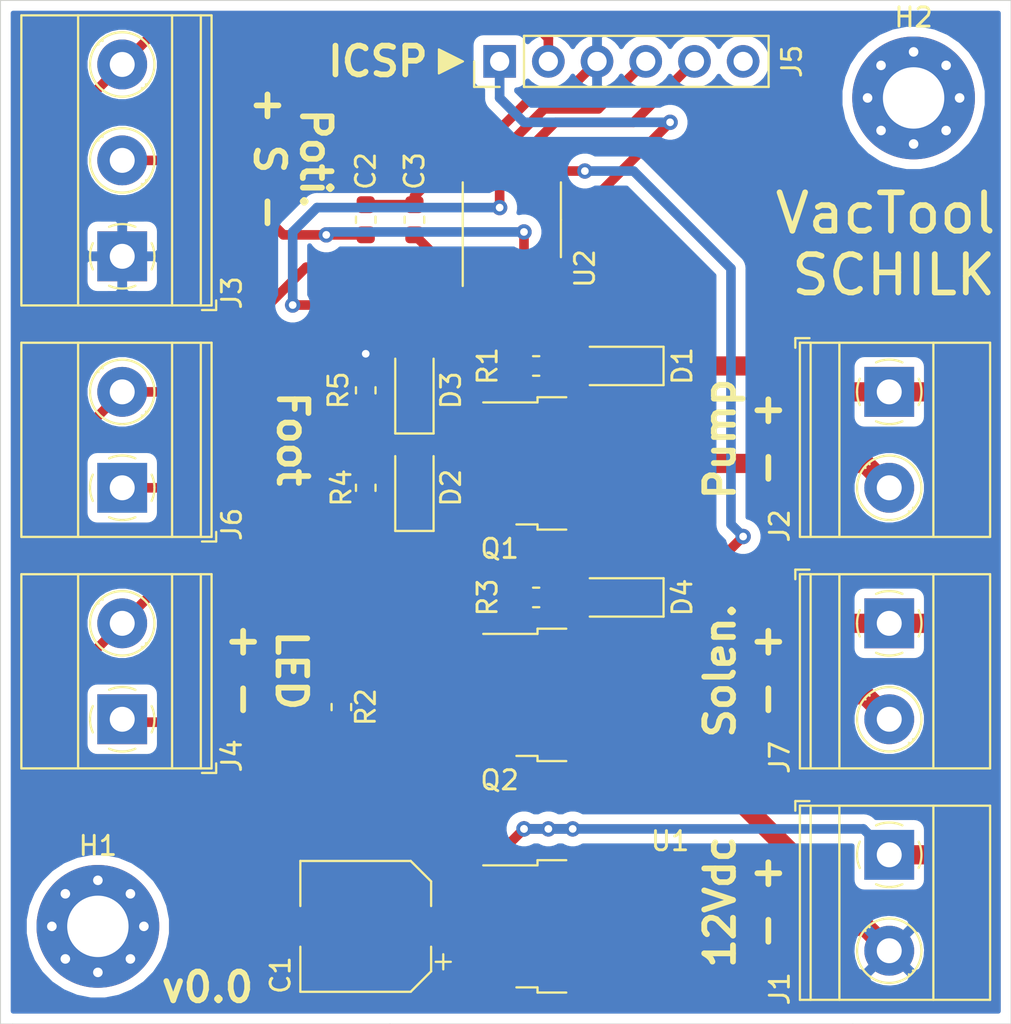
<source format=kicad_pcb>
(kicad_pcb (version 20171130) (host pcbnew "(5.1.5)-3")

  (general
    (thickness 1.6)
    (drawings 22)
    (tracks 173)
    (zones 0)
    (modules 25)
    (nets 15)
  )

  (page A4)
  (title_block
    (title "Vacuum Pick and Place Controller")
    (date 2020-06-25)
    (rev v0.0)
    (company "Philipp Schilk")
    (comment 4 https://github.com/TheSchilk/VacTool)
  )

  (layers
    (0 F.Cu signal)
    (31 B.Cu signal)
    (32 B.Adhes user)
    (33 F.Adhes user)
    (34 B.Paste user)
    (35 F.Paste user)
    (36 B.SilkS user)
    (37 F.SilkS user)
    (38 B.Mask user)
    (39 F.Mask user)
    (40 Dwgs.User user)
    (41 Cmts.User user)
    (42 Eco1.User user)
    (43 Eco2.User user)
    (44 Edge.Cuts user)
    (45 Margin user)
    (46 B.CrtYd user hide)
    (47 F.CrtYd user)
    (48 B.Fab user)
    (49 F.Fab user hide)
  )

  (setup
    (last_trace_width 0.25)
    (user_trace_width 0.5)
    (user_trace_width 1)
    (trace_clearance 0.2)
    (zone_clearance 0.508)
    (zone_45_only no)
    (trace_min 0.2)
    (via_size 0.8)
    (via_drill 0.4)
    (via_min_size 0.4)
    (via_min_drill 0.3)
    (uvia_size 0.3)
    (uvia_drill 0.1)
    (uvias_allowed no)
    (uvia_min_size 0.2)
    (uvia_min_drill 0.1)
    (edge_width 0.05)
    (segment_width 0.2)
    (pcb_text_width 0.3)
    (pcb_text_size 1.5 1.5)
    (mod_edge_width 0.12)
    (mod_text_size 1 1)
    (mod_text_width 0.15)
    (pad_size 1.524 1.524)
    (pad_drill 0.762)
    (pad_to_mask_clearance 0.051)
    (solder_mask_min_width 0.25)
    (aux_axis_origin 0 0)
    (visible_elements 7FFFFFFF)
    (pcbplotparams
      (layerselection 0x010fc_ffffffff)
      (usegerberextensions false)
      (usegerberattributes false)
      (usegerberadvancedattributes false)
      (creategerberjobfile false)
      (excludeedgelayer true)
      (linewidth 0.100000)
      (plotframeref false)
      (viasonmask false)
      (mode 1)
      (useauxorigin false)
      (hpglpennumber 1)
      (hpglpenspeed 20)
      (hpglpendiameter 15.000000)
      (psnegative false)
      (psa4output false)
      (plotreference true)
      (plotvalue true)
      (plotinvisibletext false)
      (padsonsilk false)
      (subtractmaskfromsilk false)
      (outputformat 1)
      (mirror false)
      (drillshape 0)
      (scaleselection 1)
      (outputdirectory "Gerber/"))
  )

  (net 0 "")
  (net 1 GND)
  (net 2 +5V)
  (net 3 "Net-(C2-Pad1)")
  (net 4 "Net-(D1-Pad2)")
  (net 5 +12V)
  (net 6 "Net-(D2-Pad2)")
  (net 7 "Net-(D4-Pad2)")
  (net 8 "Net-(J5-Pad6)")
  (net 9 "Net-(J5-Pad5)")
  (net 10 "Net-(J5-Pad1)")
  (net 11 "Net-(J6-Pad1)")
  (net 12 "Net-(Q1-Pad1)")
  (net 13 "Net-(Q2-Pad1)")
  (net 14 "Net-(J4-Pad1)")

  (net_class Default "This is the default net class."
    (clearance 0.2)
    (trace_width 0.25)
    (via_dia 0.8)
    (via_drill 0.4)
    (uvia_dia 0.3)
    (uvia_drill 0.1)
    (add_net +12V)
    (add_net +5V)
    (add_net GND)
    (add_net "Net-(C2-Pad1)")
    (add_net "Net-(D1-Pad2)")
    (add_net "Net-(D2-Pad2)")
    (add_net "Net-(D4-Pad2)")
    (add_net "Net-(J4-Pad1)")
    (add_net "Net-(J5-Pad1)")
    (add_net "Net-(J5-Pad5)")
    (add_net "Net-(J5-Pad6)")
    (add_net "Net-(J6-Pad1)")
    (add_net "Net-(Q1-Pad1)")
    (add_net "Net-(Q2-Pad1)")
  )

  (module TerminalBlock_Phoenix:TerminalBlock_Phoenix_MKDS-1,5-3_1x03_P5.00mm_Horizontal (layer F.Cu) (tedit 5B294EE5) (tstamp 5EF33507)
    (at 129.54 84.455 90)
    (descr "Terminal Block Phoenix MKDS-1,5-3, 3 pins, pitch 5mm, size 15x9.8mm^2, drill diamater 1.3mm, pad diameter 2.6mm, see http://www.farnell.com/datasheets/100425.pdf, script-generated using https://github.com/pointhi/kicad-footprint-generator/scripts/TerminalBlock_Phoenix")
    (tags "THT Terminal Block Phoenix MKDS-1,5-3 pitch 5mm size 15x9.8mm^2 drill 1.3mm pad 2.6mm")
    (path /5F0963AB)
    (fp_text reference J3 (at -1.905 5.715 90) (layer F.SilkS)
      (effects (font (size 1 1) (thickness 0.15)))
    )
    (fp_text value POTI (at 5 5.66 90) (layer F.Fab)
      (effects (font (size 1 1) (thickness 0.15)))
    )
    (fp_text user %R (at 5 3.2 90) (layer F.Fab)
      (effects (font (size 1 1) (thickness 0.15)))
    )
    (fp_line (start 13 -5.71) (end -3 -5.71) (layer F.CrtYd) (width 0.05))
    (fp_line (start 13 5.1) (end 13 -5.71) (layer F.CrtYd) (width 0.05))
    (fp_line (start -3 5.1) (end 13 5.1) (layer F.CrtYd) (width 0.05))
    (fp_line (start -3 -5.71) (end -3 5.1) (layer F.CrtYd) (width 0.05))
    (fp_line (start -2.8 4.9) (end -2.3 4.9) (layer F.SilkS) (width 0.12))
    (fp_line (start -2.8 4.16) (end -2.8 4.9) (layer F.SilkS) (width 0.12))
    (fp_line (start 8.773 1.023) (end 8.726 1.069) (layer F.SilkS) (width 0.12))
    (fp_line (start 11.07 -1.275) (end 11.035 -1.239) (layer F.SilkS) (width 0.12))
    (fp_line (start 8.966 1.239) (end 8.931 1.274) (layer F.SilkS) (width 0.12))
    (fp_line (start 11.275 -1.069) (end 11.228 -1.023) (layer F.SilkS) (width 0.12))
    (fp_line (start 10.955 -1.138) (end 8.863 0.955) (layer F.Fab) (width 0.1))
    (fp_line (start 11.138 -0.955) (end 9.046 1.138) (layer F.Fab) (width 0.1))
    (fp_line (start 3.773 1.023) (end 3.726 1.069) (layer F.SilkS) (width 0.12))
    (fp_line (start 6.07 -1.275) (end 6.035 -1.239) (layer F.SilkS) (width 0.12))
    (fp_line (start 3.966 1.239) (end 3.931 1.274) (layer F.SilkS) (width 0.12))
    (fp_line (start 6.275 -1.069) (end 6.228 -1.023) (layer F.SilkS) (width 0.12))
    (fp_line (start 5.955 -1.138) (end 3.863 0.955) (layer F.Fab) (width 0.1))
    (fp_line (start 6.138 -0.955) (end 4.046 1.138) (layer F.Fab) (width 0.1))
    (fp_line (start 0.955 -1.138) (end -1.138 0.955) (layer F.Fab) (width 0.1))
    (fp_line (start 1.138 -0.955) (end -0.955 1.138) (layer F.Fab) (width 0.1))
    (fp_line (start 12.56 -5.261) (end 12.56 4.66) (layer F.SilkS) (width 0.12))
    (fp_line (start -2.56 -5.261) (end -2.56 4.66) (layer F.SilkS) (width 0.12))
    (fp_line (start -2.56 4.66) (end 12.56 4.66) (layer F.SilkS) (width 0.12))
    (fp_line (start -2.56 -5.261) (end 12.56 -5.261) (layer F.SilkS) (width 0.12))
    (fp_line (start -2.56 -2.301) (end 12.56 -2.301) (layer F.SilkS) (width 0.12))
    (fp_line (start -2.5 -2.3) (end 12.5 -2.3) (layer F.Fab) (width 0.1))
    (fp_line (start -2.56 2.6) (end 12.56 2.6) (layer F.SilkS) (width 0.12))
    (fp_line (start -2.5 2.6) (end 12.5 2.6) (layer F.Fab) (width 0.1))
    (fp_line (start -2.56 4.1) (end 12.56 4.1) (layer F.SilkS) (width 0.12))
    (fp_line (start -2.5 4.1) (end 12.5 4.1) (layer F.Fab) (width 0.1))
    (fp_line (start -2.5 4.1) (end -2.5 -5.2) (layer F.Fab) (width 0.1))
    (fp_line (start -2 4.6) (end -2.5 4.1) (layer F.Fab) (width 0.1))
    (fp_line (start 12.5 4.6) (end -2 4.6) (layer F.Fab) (width 0.1))
    (fp_line (start 12.5 -5.2) (end 12.5 4.6) (layer F.Fab) (width 0.1))
    (fp_line (start -2.5 -5.2) (end 12.5 -5.2) (layer F.Fab) (width 0.1))
    (fp_circle (center 10 0) (end 11.68 0) (layer F.SilkS) (width 0.12))
    (fp_circle (center 10 0) (end 11.5 0) (layer F.Fab) (width 0.1))
    (fp_circle (center 5 0) (end 6.68 0) (layer F.SilkS) (width 0.12))
    (fp_circle (center 5 0) (end 6.5 0) (layer F.Fab) (width 0.1))
    (fp_circle (center 0 0) (end 1.5 0) (layer F.Fab) (width 0.1))
    (fp_arc (start 0 0) (end -0.684 1.535) (angle -25) (layer F.SilkS) (width 0.12))
    (fp_arc (start 0 0) (end -1.535 -0.684) (angle -48) (layer F.SilkS) (width 0.12))
    (fp_arc (start 0 0) (end 0.684 -1.535) (angle -48) (layer F.SilkS) (width 0.12))
    (fp_arc (start 0 0) (end 1.535 0.684) (angle -48) (layer F.SilkS) (width 0.12))
    (fp_arc (start 0 0) (end 0 1.68) (angle -24) (layer F.SilkS) (width 0.12))
    (pad 3 thru_hole circle (at 10 0 90) (size 2.6 2.6) (drill 1.3) (layers *.Cu *.Mask)
      (net 2 +5V))
    (pad 2 thru_hole circle (at 5 0 90) (size 2.6 2.6) (drill 1.3) (layers *.Cu *.Mask)
      (net 3 "Net-(C2-Pad1)"))
    (pad 1 thru_hole rect (at 0 0 90) (size 2.6 2.6) (drill 1.3) (layers *.Cu *.Mask)
      (net 1 GND))
    (model ${KISYS3DMOD}/TerminalBlock_Phoenix.3dshapes/TerminalBlock_Phoenix_MKDS-1,5-3_1x03_P5.00mm_Horizontal.wrl
      (at (xyz 0 0 0))
      (scale (xyz 1 1 1))
      (rotate (xyz 0 0 0))
    )
  )

  (module TerminalBlock_Phoenix:TerminalBlock_Phoenix_MKDS-1,5-2_1x02_P5.00mm_Horizontal (layer F.Cu) (tedit 5B294EE5) (tstamp 5EF2B04D)
    (at 169.545 103.585 270)
    (descr "Terminal Block Phoenix MKDS-1,5-2, 2 pins, pitch 5mm, size 10x9.8mm^2, drill diamater 1.3mm, pad diameter 2.6mm, see http://www.farnell.com/datasheets/100425.pdf, script-generated using https://github.com/pointhi/kicad-footprint-generator/scripts/TerminalBlock_Phoenix")
    (tags "THT Terminal Block Phoenix MKDS-1,5-2 pitch 5mm size 10x9.8mm^2 drill 1.3mm pad 2.6mm")
    (path /5EF5618D)
    (fp_text reference J7 (at 6.985 5.715 90) (layer F.SilkS)
      (effects (font (size 1 1) (thickness 0.15)))
    )
    (fp_text value SOLENOID (at 2.5 5.66 90) (layer F.Fab)
      (effects (font (size 1 1) (thickness 0.15)))
    )
    (fp_text user %R (at 2.5 3.2 90) (layer F.Fab)
      (effects (font (size 1 1) (thickness 0.15)))
    )
    (fp_line (start 8 -5.71) (end -3 -5.71) (layer F.CrtYd) (width 0.05))
    (fp_line (start 8 5.1) (end 8 -5.71) (layer F.CrtYd) (width 0.05))
    (fp_line (start -3 5.1) (end 8 5.1) (layer F.CrtYd) (width 0.05))
    (fp_line (start -3 -5.71) (end -3 5.1) (layer F.CrtYd) (width 0.05))
    (fp_line (start -2.8 4.9) (end -2.3 4.9) (layer F.SilkS) (width 0.12))
    (fp_line (start -2.8 4.16) (end -2.8 4.9) (layer F.SilkS) (width 0.12))
    (fp_line (start 3.773 1.023) (end 3.726 1.069) (layer F.SilkS) (width 0.12))
    (fp_line (start 6.07 -1.275) (end 6.035 -1.239) (layer F.SilkS) (width 0.12))
    (fp_line (start 3.966 1.239) (end 3.931 1.274) (layer F.SilkS) (width 0.12))
    (fp_line (start 6.275 -1.069) (end 6.228 -1.023) (layer F.SilkS) (width 0.12))
    (fp_line (start 5.955 -1.138) (end 3.863 0.955) (layer F.Fab) (width 0.1))
    (fp_line (start 6.138 -0.955) (end 4.046 1.138) (layer F.Fab) (width 0.1))
    (fp_line (start 0.955 -1.138) (end -1.138 0.955) (layer F.Fab) (width 0.1))
    (fp_line (start 1.138 -0.955) (end -0.955 1.138) (layer F.Fab) (width 0.1))
    (fp_line (start 7.56 -5.261) (end 7.56 4.66) (layer F.SilkS) (width 0.12))
    (fp_line (start -2.56 -5.261) (end -2.56 4.66) (layer F.SilkS) (width 0.12))
    (fp_line (start -2.56 4.66) (end 7.56 4.66) (layer F.SilkS) (width 0.12))
    (fp_line (start -2.56 -5.261) (end 7.56 -5.261) (layer F.SilkS) (width 0.12))
    (fp_line (start -2.56 -2.301) (end 7.56 -2.301) (layer F.SilkS) (width 0.12))
    (fp_line (start -2.5 -2.3) (end 7.5 -2.3) (layer F.Fab) (width 0.1))
    (fp_line (start -2.56 2.6) (end 7.56 2.6) (layer F.SilkS) (width 0.12))
    (fp_line (start -2.5 2.6) (end 7.5 2.6) (layer F.Fab) (width 0.1))
    (fp_line (start -2.56 4.1) (end 7.56 4.1) (layer F.SilkS) (width 0.12))
    (fp_line (start -2.5 4.1) (end 7.5 4.1) (layer F.Fab) (width 0.1))
    (fp_line (start -2.5 4.1) (end -2.5 -5.2) (layer F.Fab) (width 0.1))
    (fp_line (start -2 4.6) (end -2.5 4.1) (layer F.Fab) (width 0.1))
    (fp_line (start 7.5 4.6) (end -2 4.6) (layer F.Fab) (width 0.1))
    (fp_line (start 7.5 -5.2) (end 7.5 4.6) (layer F.Fab) (width 0.1))
    (fp_line (start -2.5 -5.2) (end 7.5 -5.2) (layer F.Fab) (width 0.1))
    (fp_circle (center 5 0) (end 6.68 0) (layer F.SilkS) (width 0.12))
    (fp_circle (center 5 0) (end 6.5 0) (layer F.Fab) (width 0.1))
    (fp_circle (center 0 0) (end 1.5 0) (layer F.Fab) (width 0.1))
    (fp_arc (start 0 0) (end -0.684 1.535) (angle -25) (layer F.SilkS) (width 0.12))
    (fp_arc (start 0 0) (end -1.535 -0.684) (angle -48) (layer F.SilkS) (width 0.12))
    (fp_arc (start 0 0) (end 0.684 -1.535) (angle -48) (layer F.SilkS) (width 0.12))
    (fp_arc (start 0 0) (end 1.535 0.684) (angle -48) (layer F.SilkS) (width 0.12))
    (fp_arc (start 0 0) (end 0 1.68) (angle -24) (layer F.SilkS) (width 0.12))
    (pad 2 thru_hole circle (at 5 0 270) (size 2.6 2.6) (drill 1.3) (layers *.Cu *.Mask)
      (net 7 "Net-(D4-Pad2)"))
    (pad 1 thru_hole rect (at 0 0 270) (size 2.6 2.6) (drill 1.3) (layers *.Cu *.Mask)
      (net 5 +12V))
    (model ${KISYS3DMOD}/TerminalBlock_Phoenix.3dshapes/TerminalBlock_Phoenix_MKDS-1,5-2_1x02_P5.00mm_Horizontal.wrl
      (at (xyz 0 0 0))
      (scale (xyz 1 1 1))
      (rotate (xyz 0 0 0))
    )
  )

  (module TerminalBlock_Phoenix:TerminalBlock_Phoenix_MKDS-1,5-2_1x02_P5.00mm_Horizontal (layer F.Cu) (tedit 5B294EE5) (tstamp 5EF32719)
    (at 129.54 96.52 90)
    (descr "Terminal Block Phoenix MKDS-1,5-2, 2 pins, pitch 5mm, size 10x9.8mm^2, drill diamater 1.3mm, pad diameter 2.6mm, see http://www.farnell.com/datasheets/100425.pdf, script-generated using https://github.com/pointhi/kicad-footprint-generator/scripts/TerminalBlock_Phoenix")
    (tags "THT Terminal Block Phoenix MKDS-1,5-2 pitch 5mm size 10x9.8mm^2 drill 1.3mm pad 2.6mm")
    (path /5EF4495E)
    (fp_text reference J6 (at -1.905 5.715 90) (layer F.SilkS)
      (effects (font (size 1 1) (thickness 0.15)))
    )
    (fp_text value PEDAL (at 2.5 5.66 90) (layer F.Fab)
      (effects (font (size 1 1) (thickness 0.15)))
    )
    (fp_text user %R (at 2.5 3.2 90) (layer F.Fab)
      (effects (font (size 1 1) (thickness 0.15)))
    )
    (fp_line (start 8 -5.71) (end -3 -5.71) (layer F.CrtYd) (width 0.05))
    (fp_line (start 8 5.1) (end 8 -5.71) (layer F.CrtYd) (width 0.05))
    (fp_line (start -3 5.1) (end 8 5.1) (layer F.CrtYd) (width 0.05))
    (fp_line (start -3 -5.71) (end -3 5.1) (layer F.CrtYd) (width 0.05))
    (fp_line (start -2.8 4.9) (end -2.3 4.9) (layer F.SilkS) (width 0.12))
    (fp_line (start -2.8 4.16) (end -2.8 4.9) (layer F.SilkS) (width 0.12))
    (fp_line (start 3.773 1.023) (end 3.726 1.069) (layer F.SilkS) (width 0.12))
    (fp_line (start 6.07 -1.275) (end 6.035 -1.239) (layer F.SilkS) (width 0.12))
    (fp_line (start 3.966 1.239) (end 3.931 1.274) (layer F.SilkS) (width 0.12))
    (fp_line (start 6.275 -1.069) (end 6.228 -1.023) (layer F.SilkS) (width 0.12))
    (fp_line (start 5.955 -1.138) (end 3.863 0.955) (layer F.Fab) (width 0.1))
    (fp_line (start 6.138 -0.955) (end 4.046 1.138) (layer F.Fab) (width 0.1))
    (fp_line (start 0.955 -1.138) (end -1.138 0.955) (layer F.Fab) (width 0.1))
    (fp_line (start 1.138 -0.955) (end -0.955 1.138) (layer F.Fab) (width 0.1))
    (fp_line (start 7.56 -5.261) (end 7.56 4.66) (layer F.SilkS) (width 0.12))
    (fp_line (start -2.56 -5.261) (end -2.56 4.66) (layer F.SilkS) (width 0.12))
    (fp_line (start -2.56 4.66) (end 7.56 4.66) (layer F.SilkS) (width 0.12))
    (fp_line (start -2.56 -5.261) (end 7.56 -5.261) (layer F.SilkS) (width 0.12))
    (fp_line (start -2.56 -2.301) (end 7.56 -2.301) (layer F.SilkS) (width 0.12))
    (fp_line (start -2.5 -2.3) (end 7.5 -2.3) (layer F.Fab) (width 0.1))
    (fp_line (start -2.56 2.6) (end 7.56 2.6) (layer F.SilkS) (width 0.12))
    (fp_line (start -2.5 2.6) (end 7.5 2.6) (layer F.Fab) (width 0.1))
    (fp_line (start -2.56 4.1) (end 7.56 4.1) (layer F.SilkS) (width 0.12))
    (fp_line (start -2.5 4.1) (end 7.5 4.1) (layer F.Fab) (width 0.1))
    (fp_line (start -2.5 4.1) (end -2.5 -5.2) (layer F.Fab) (width 0.1))
    (fp_line (start -2 4.6) (end -2.5 4.1) (layer F.Fab) (width 0.1))
    (fp_line (start 7.5 4.6) (end -2 4.6) (layer F.Fab) (width 0.1))
    (fp_line (start 7.5 -5.2) (end 7.5 4.6) (layer F.Fab) (width 0.1))
    (fp_line (start -2.5 -5.2) (end 7.5 -5.2) (layer F.Fab) (width 0.1))
    (fp_circle (center 5 0) (end 6.68 0) (layer F.SilkS) (width 0.12))
    (fp_circle (center 5 0) (end 6.5 0) (layer F.Fab) (width 0.1))
    (fp_circle (center 0 0) (end 1.5 0) (layer F.Fab) (width 0.1))
    (fp_arc (start 0 0) (end -0.684 1.535) (angle -25) (layer F.SilkS) (width 0.12))
    (fp_arc (start 0 0) (end -1.535 -0.684) (angle -48) (layer F.SilkS) (width 0.12))
    (fp_arc (start 0 0) (end 0.684 -1.535) (angle -48) (layer F.SilkS) (width 0.12))
    (fp_arc (start 0 0) (end 1.535 0.684) (angle -48) (layer F.SilkS) (width 0.12))
    (fp_arc (start 0 0) (end 0 1.68) (angle -24) (layer F.SilkS) (width 0.12))
    (pad 2 thru_hole circle (at 5 0 90) (size 2.6 2.6) (drill 1.3) (layers *.Cu *.Mask)
      (net 2 +5V))
    (pad 1 thru_hole rect (at 0 0 90) (size 2.6 2.6) (drill 1.3) (layers *.Cu *.Mask)
      (net 11 "Net-(J6-Pad1)"))
    (model ${KISYS3DMOD}/TerminalBlock_Phoenix.3dshapes/TerminalBlock_Phoenix_MKDS-1,5-2_1x02_P5.00mm_Horizontal.wrl
      (at (xyz 0 0 0))
      (scale (xyz 1 1 1))
      (rotate (xyz 0 0 0))
    )
  )

  (module TerminalBlock_Phoenix:TerminalBlock_Phoenix_MKDS-1,5-2_1x02_P5.00mm_Horizontal (layer F.Cu) (tedit 5B294EE5) (tstamp 5EF2A278)
    (at 129.54 108.585 90)
    (descr "Terminal Block Phoenix MKDS-1,5-2, 2 pins, pitch 5mm, size 10x9.8mm^2, drill diamater 1.3mm, pad diameter 2.6mm, see http://www.farnell.com/datasheets/100425.pdf, script-generated using https://github.com/pointhi/kicad-footprint-generator/scripts/TerminalBlock_Phoenix")
    (tags "THT Terminal Block Phoenix MKDS-1,5-2 pitch 5mm size 10x9.8mm^2 drill 1.3mm pad 2.6mm")
    (path /5F00B9C9)
    (fp_text reference J4 (at -1.905 5.715 90) (layer F.SilkS)
      (effects (font (size 1 1) (thickness 0.15)))
    )
    (fp_text value LED (at 2.5 5.66 90) (layer F.Fab)
      (effects (font (size 1 1) (thickness 0.15)))
    )
    (fp_text user %R (at 2.5 3.2 90) (layer F.Fab)
      (effects (font (size 1 1) (thickness 0.15)))
    )
    (fp_line (start 8 -5.71) (end -3 -5.71) (layer F.CrtYd) (width 0.05))
    (fp_line (start 8 5.1) (end 8 -5.71) (layer F.CrtYd) (width 0.05))
    (fp_line (start -3 5.1) (end 8 5.1) (layer F.CrtYd) (width 0.05))
    (fp_line (start -3 -5.71) (end -3 5.1) (layer F.CrtYd) (width 0.05))
    (fp_line (start -2.8 4.9) (end -2.3 4.9) (layer F.SilkS) (width 0.12))
    (fp_line (start -2.8 4.16) (end -2.8 4.9) (layer F.SilkS) (width 0.12))
    (fp_line (start 3.773 1.023) (end 3.726 1.069) (layer F.SilkS) (width 0.12))
    (fp_line (start 6.07 -1.275) (end 6.035 -1.239) (layer F.SilkS) (width 0.12))
    (fp_line (start 3.966 1.239) (end 3.931 1.274) (layer F.SilkS) (width 0.12))
    (fp_line (start 6.275 -1.069) (end 6.228 -1.023) (layer F.SilkS) (width 0.12))
    (fp_line (start 5.955 -1.138) (end 3.863 0.955) (layer F.Fab) (width 0.1))
    (fp_line (start 6.138 -0.955) (end 4.046 1.138) (layer F.Fab) (width 0.1))
    (fp_line (start 0.955 -1.138) (end -1.138 0.955) (layer F.Fab) (width 0.1))
    (fp_line (start 1.138 -0.955) (end -0.955 1.138) (layer F.Fab) (width 0.1))
    (fp_line (start 7.56 -5.261) (end 7.56 4.66) (layer F.SilkS) (width 0.12))
    (fp_line (start -2.56 -5.261) (end -2.56 4.66) (layer F.SilkS) (width 0.12))
    (fp_line (start -2.56 4.66) (end 7.56 4.66) (layer F.SilkS) (width 0.12))
    (fp_line (start -2.56 -5.261) (end 7.56 -5.261) (layer F.SilkS) (width 0.12))
    (fp_line (start -2.56 -2.301) (end 7.56 -2.301) (layer F.SilkS) (width 0.12))
    (fp_line (start -2.5 -2.3) (end 7.5 -2.3) (layer F.Fab) (width 0.1))
    (fp_line (start -2.56 2.6) (end 7.56 2.6) (layer F.SilkS) (width 0.12))
    (fp_line (start -2.5 2.6) (end 7.5 2.6) (layer F.Fab) (width 0.1))
    (fp_line (start -2.56 4.1) (end 7.56 4.1) (layer F.SilkS) (width 0.12))
    (fp_line (start -2.5 4.1) (end 7.5 4.1) (layer F.Fab) (width 0.1))
    (fp_line (start -2.5 4.1) (end -2.5 -5.2) (layer F.Fab) (width 0.1))
    (fp_line (start -2 4.6) (end -2.5 4.1) (layer F.Fab) (width 0.1))
    (fp_line (start 7.5 4.6) (end -2 4.6) (layer F.Fab) (width 0.1))
    (fp_line (start 7.5 -5.2) (end 7.5 4.6) (layer F.Fab) (width 0.1))
    (fp_line (start -2.5 -5.2) (end 7.5 -5.2) (layer F.Fab) (width 0.1))
    (fp_circle (center 5 0) (end 6.68 0) (layer F.SilkS) (width 0.12))
    (fp_circle (center 5 0) (end 6.5 0) (layer F.Fab) (width 0.1))
    (fp_circle (center 0 0) (end 1.5 0) (layer F.Fab) (width 0.1))
    (fp_arc (start 0 0) (end -0.684 1.535) (angle -25) (layer F.SilkS) (width 0.12))
    (fp_arc (start 0 0) (end -1.535 -0.684) (angle -48) (layer F.SilkS) (width 0.12))
    (fp_arc (start 0 0) (end 0.684 -1.535) (angle -48) (layer F.SilkS) (width 0.12))
    (fp_arc (start 0 0) (end 1.535 0.684) (angle -48) (layer F.SilkS) (width 0.12))
    (fp_arc (start 0 0) (end 0 1.68) (angle -24) (layer F.SilkS) (width 0.12))
    (pad 2 thru_hole circle (at 5 0 90) (size 2.6 2.6) (drill 1.3) (layers *.Cu *.Mask)
      (net 2 +5V))
    (pad 1 thru_hole rect (at 0 0 90) (size 2.6 2.6) (drill 1.3) (layers *.Cu *.Mask)
      (net 14 "Net-(J4-Pad1)"))
    (model ${KISYS3DMOD}/TerminalBlock_Phoenix.3dshapes/TerminalBlock_Phoenix_MKDS-1,5-2_1x02_P5.00mm_Horizontal.wrl
      (at (xyz 0 0 0))
      (scale (xyz 1 1 1))
      (rotate (xyz 0 0 0))
    )
  )

  (module TerminalBlock_Phoenix:TerminalBlock_Phoenix_MKDS-1,5-2_1x02_P5.00mm_Horizontal (layer F.Cu) (tedit 5B294EE5) (tstamp 5EF2B8A1)
    (at 169.545 91.52 270)
    (descr "Terminal Block Phoenix MKDS-1,5-2, 2 pins, pitch 5mm, size 10x9.8mm^2, drill diamater 1.3mm, pad diameter 2.6mm, see http://www.farnell.com/datasheets/100425.pdf, script-generated using https://github.com/pointhi/kicad-footprint-generator/scripts/TerminalBlock_Phoenix")
    (tags "THT Terminal Block Phoenix MKDS-1,5-2 pitch 5mm size 10x9.8mm^2 drill 1.3mm pad 2.6mm")
    (path /5EF5572C)
    (fp_text reference J2 (at 6.985 5.715 90) (layer F.SilkS)
      (effects (font (size 1 1) (thickness 0.15)))
    )
    (fp_text value PUMP (at 2.5 5.66 90) (layer F.Fab)
      (effects (font (size 1 1) (thickness 0.15)))
    )
    (fp_text user %R (at 2.5 3.2 90) (layer F.Fab)
      (effects (font (size 1 1) (thickness 0.15)))
    )
    (fp_line (start 8 -5.71) (end -3 -5.71) (layer F.CrtYd) (width 0.05))
    (fp_line (start 8 5.1) (end 8 -5.71) (layer F.CrtYd) (width 0.05))
    (fp_line (start -3 5.1) (end 8 5.1) (layer F.CrtYd) (width 0.05))
    (fp_line (start -3 -5.71) (end -3 5.1) (layer F.CrtYd) (width 0.05))
    (fp_line (start -2.8 4.9) (end -2.3 4.9) (layer F.SilkS) (width 0.12))
    (fp_line (start -2.8 4.16) (end -2.8 4.9) (layer F.SilkS) (width 0.12))
    (fp_line (start 3.773 1.023) (end 3.726 1.069) (layer F.SilkS) (width 0.12))
    (fp_line (start 6.07 -1.275) (end 6.035 -1.239) (layer F.SilkS) (width 0.12))
    (fp_line (start 3.966 1.239) (end 3.931 1.274) (layer F.SilkS) (width 0.12))
    (fp_line (start 6.275 -1.069) (end 6.228 -1.023) (layer F.SilkS) (width 0.12))
    (fp_line (start 5.955 -1.138) (end 3.863 0.955) (layer F.Fab) (width 0.1))
    (fp_line (start 6.138 -0.955) (end 4.046 1.138) (layer F.Fab) (width 0.1))
    (fp_line (start 0.955 -1.138) (end -1.138 0.955) (layer F.Fab) (width 0.1))
    (fp_line (start 1.138 -0.955) (end -0.955 1.138) (layer F.Fab) (width 0.1))
    (fp_line (start 7.56 -5.261) (end 7.56 4.66) (layer F.SilkS) (width 0.12))
    (fp_line (start -2.56 -5.261) (end -2.56 4.66) (layer F.SilkS) (width 0.12))
    (fp_line (start -2.56 4.66) (end 7.56 4.66) (layer F.SilkS) (width 0.12))
    (fp_line (start -2.56 -5.261) (end 7.56 -5.261) (layer F.SilkS) (width 0.12))
    (fp_line (start -2.56 -2.301) (end 7.56 -2.301) (layer F.SilkS) (width 0.12))
    (fp_line (start -2.5 -2.3) (end 7.5 -2.3) (layer F.Fab) (width 0.1))
    (fp_line (start -2.56 2.6) (end 7.56 2.6) (layer F.SilkS) (width 0.12))
    (fp_line (start -2.5 2.6) (end 7.5 2.6) (layer F.Fab) (width 0.1))
    (fp_line (start -2.56 4.1) (end 7.56 4.1) (layer F.SilkS) (width 0.12))
    (fp_line (start -2.5 4.1) (end 7.5 4.1) (layer F.Fab) (width 0.1))
    (fp_line (start -2.5 4.1) (end -2.5 -5.2) (layer F.Fab) (width 0.1))
    (fp_line (start -2 4.6) (end -2.5 4.1) (layer F.Fab) (width 0.1))
    (fp_line (start 7.5 4.6) (end -2 4.6) (layer F.Fab) (width 0.1))
    (fp_line (start 7.5 -5.2) (end 7.5 4.6) (layer F.Fab) (width 0.1))
    (fp_line (start -2.5 -5.2) (end 7.5 -5.2) (layer F.Fab) (width 0.1))
    (fp_circle (center 5 0) (end 6.68 0) (layer F.SilkS) (width 0.12))
    (fp_circle (center 5 0) (end 6.5 0) (layer F.Fab) (width 0.1))
    (fp_circle (center 0 0) (end 1.5 0) (layer F.Fab) (width 0.1))
    (fp_arc (start 0 0) (end -0.684 1.535) (angle -25) (layer F.SilkS) (width 0.12))
    (fp_arc (start 0 0) (end -1.535 -0.684) (angle -48) (layer F.SilkS) (width 0.12))
    (fp_arc (start 0 0) (end 0.684 -1.535) (angle -48) (layer F.SilkS) (width 0.12))
    (fp_arc (start 0 0) (end 1.535 0.684) (angle -48) (layer F.SilkS) (width 0.12))
    (fp_arc (start 0 0) (end 0 1.68) (angle -24) (layer F.SilkS) (width 0.12))
    (pad 2 thru_hole circle (at 5 0 270) (size 2.6 2.6) (drill 1.3) (layers *.Cu *.Mask)
      (net 4 "Net-(D1-Pad2)"))
    (pad 1 thru_hole rect (at 0 0 270) (size 2.6 2.6) (drill 1.3) (layers *.Cu *.Mask)
      (net 5 +12V))
    (model ${KISYS3DMOD}/TerminalBlock_Phoenix.3dshapes/TerminalBlock_Phoenix_MKDS-1,5-2_1x02_P5.00mm_Horizontal.wrl
      (at (xyz 0 0 0))
      (scale (xyz 1 1 1))
      (rotate (xyz 0 0 0))
    )
  )

  (module TerminalBlock_Phoenix:TerminalBlock_Phoenix_MKDS-1,5-2_1x02_P5.00mm_Horizontal (layer F.Cu) (tedit 5B294EE5) (tstamp 5EF2A236)
    (at 169.545 115.65 270)
    (descr "Terminal Block Phoenix MKDS-1,5-2, 2 pins, pitch 5mm, size 10x9.8mm^2, drill diamater 1.3mm, pad diameter 2.6mm, see http://www.farnell.com/datasheets/100425.pdf, script-generated using https://github.com/pointhi/kicad-footprint-generator/scripts/TerminalBlock_Phoenix")
    (tags "THT Terminal Block Phoenix MKDS-1,5-2 pitch 5mm size 10x9.8mm^2 drill 1.3mm pad 2.6mm")
    (path /5EFF509A)
    (fp_text reference J1 (at 6.985 5.715 90) (layer F.SilkS)
      (effects (font (size 1 1) (thickness 0.15)))
    )
    (fp_text value V_in (at 2.5 5.66 90) (layer F.Fab)
      (effects (font (size 1 1) (thickness 0.15)))
    )
    (fp_text user %R (at 2.5 3.2 90) (layer F.Fab)
      (effects (font (size 1 1) (thickness 0.15)))
    )
    (fp_line (start 8 -5.71) (end -3 -5.71) (layer F.CrtYd) (width 0.05))
    (fp_line (start 8 5.1) (end 8 -5.71) (layer F.CrtYd) (width 0.05))
    (fp_line (start -3 5.1) (end 8 5.1) (layer F.CrtYd) (width 0.05))
    (fp_line (start -3 -5.71) (end -3 5.1) (layer F.CrtYd) (width 0.05))
    (fp_line (start -2.8 4.9) (end -2.3 4.9) (layer F.SilkS) (width 0.12))
    (fp_line (start -2.8 4.16) (end -2.8 4.9) (layer F.SilkS) (width 0.12))
    (fp_line (start 3.773 1.023) (end 3.726 1.069) (layer F.SilkS) (width 0.12))
    (fp_line (start 6.07 -1.275) (end 6.035 -1.239) (layer F.SilkS) (width 0.12))
    (fp_line (start 3.966 1.239) (end 3.931 1.274) (layer F.SilkS) (width 0.12))
    (fp_line (start 6.275 -1.069) (end 6.228 -1.023) (layer F.SilkS) (width 0.12))
    (fp_line (start 5.955 -1.138) (end 3.863 0.955) (layer F.Fab) (width 0.1))
    (fp_line (start 6.138 -0.955) (end 4.046 1.138) (layer F.Fab) (width 0.1))
    (fp_line (start 0.955 -1.138) (end -1.138 0.955) (layer F.Fab) (width 0.1))
    (fp_line (start 1.138 -0.955) (end -0.955 1.138) (layer F.Fab) (width 0.1))
    (fp_line (start 7.56 -5.261) (end 7.56 4.66) (layer F.SilkS) (width 0.12))
    (fp_line (start -2.56 -5.261) (end -2.56 4.66) (layer F.SilkS) (width 0.12))
    (fp_line (start -2.56 4.66) (end 7.56 4.66) (layer F.SilkS) (width 0.12))
    (fp_line (start -2.56 -5.261) (end 7.56 -5.261) (layer F.SilkS) (width 0.12))
    (fp_line (start -2.56 -2.301) (end 7.56 -2.301) (layer F.SilkS) (width 0.12))
    (fp_line (start -2.5 -2.3) (end 7.5 -2.3) (layer F.Fab) (width 0.1))
    (fp_line (start -2.56 2.6) (end 7.56 2.6) (layer F.SilkS) (width 0.12))
    (fp_line (start -2.5 2.6) (end 7.5 2.6) (layer F.Fab) (width 0.1))
    (fp_line (start -2.56 4.1) (end 7.56 4.1) (layer F.SilkS) (width 0.12))
    (fp_line (start -2.5 4.1) (end 7.5 4.1) (layer F.Fab) (width 0.1))
    (fp_line (start -2.5 4.1) (end -2.5 -5.2) (layer F.Fab) (width 0.1))
    (fp_line (start -2 4.6) (end -2.5 4.1) (layer F.Fab) (width 0.1))
    (fp_line (start 7.5 4.6) (end -2 4.6) (layer F.Fab) (width 0.1))
    (fp_line (start 7.5 -5.2) (end 7.5 4.6) (layer F.Fab) (width 0.1))
    (fp_line (start -2.5 -5.2) (end 7.5 -5.2) (layer F.Fab) (width 0.1))
    (fp_circle (center 5 0) (end 6.68 0) (layer F.SilkS) (width 0.12))
    (fp_circle (center 5 0) (end 6.5 0) (layer F.Fab) (width 0.1))
    (fp_circle (center 0 0) (end 1.5 0) (layer F.Fab) (width 0.1))
    (fp_arc (start 0 0) (end -0.684 1.535) (angle -25) (layer F.SilkS) (width 0.12))
    (fp_arc (start 0 0) (end -1.535 -0.684) (angle -48) (layer F.SilkS) (width 0.12))
    (fp_arc (start 0 0) (end 0.684 -1.535) (angle -48) (layer F.SilkS) (width 0.12))
    (fp_arc (start 0 0) (end 1.535 0.684) (angle -48) (layer F.SilkS) (width 0.12))
    (fp_arc (start 0 0) (end 0 1.68) (angle -24) (layer F.SilkS) (width 0.12))
    (pad 2 thru_hole circle (at 5 0 270) (size 2.6 2.6) (drill 1.3) (layers *.Cu *.Mask)
      (net 1 GND))
    (pad 1 thru_hole rect (at 0 0 270) (size 2.6 2.6) (drill 1.3) (layers *.Cu *.Mask)
      (net 5 +12V))
    (model ${KISYS3DMOD}/TerminalBlock_Phoenix.3dshapes/TerminalBlock_Phoenix_MKDS-1,5-2_1x02_P5.00mm_Horizontal.wrl
      (at (xyz 0 0 0))
      (scale (xyz 1 1 1))
      (rotate (xyz 0 0 0))
    )
  )

  (module MountingHole:MountingHole_3.2mm_M3_Pad_Via (layer F.Cu) (tedit 56DDBCCA) (tstamp 5EF2BED2)
    (at 170.815 76.2)
    (descr "Mounting Hole 3.2mm, M3")
    (tags "mounting hole 3.2mm m3")
    (path /5F0619BB)
    (attr virtual)
    (fp_text reference H2 (at 0 -4.2) (layer F.SilkS)
      (effects (font (size 1 1) (thickness 0.15)))
    )
    (fp_text value MountingHole (at 0 4.2) (layer F.Fab)
      (effects (font (size 1 1) (thickness 0.15)))
    )
    (fp_circle (center 0 0) (end 3.45 0) (layer F.CrtYd) (width 0.05))
    (fp_circle (center 0 0) (end 3.2 0) (layer Cmts.User) (width 0.15))
    (fp_text user %R (at 0.3 0) (layer F.Fab)
      (effects (font (size 1 1) (thickness 0.15)))
    )
    (pad 1 thru_hole circle (at 1.697056 -1.697056) (size 0.8 0.8) (drill 0.5) (layers *.Cu *.Mask))
    (pad 1 thru_hole circle (at 0 -2.4) (size 0.8 0.8) (drill 0.5) (layers *.Cu *.Mask))
    (pad 1 thru_hole circle (at -1.697056 -1.697056) (size 0.8 0.8) (drill 0.5) (layers *.Cu *.Mask))
    (pad 1 thru_hole circle (at -2.4 0) (size 0.8 0.8) (drill 0.5) (layers *.Cu *.Mask))
    (pad 1 thru_hole circle (at -1.697056 1.697056) (size 0.8 0.8) (drill 0.5) (layers *.Cu *.Mask))
    (pad 1 thru_hole circle (at 0 2.4) (size 0.8 0.8) (drill 0.5) (layers *.Cu *.Mask))
    (pad 1 thru_hole circle (at 1.697056 1.697056) (size 0.8 0.8) (drill 0.5) (layers *.Cu *.Mask))
    (pad 1 thru_hole circle (at 2.4 0) (size 0.8 0.8) (drill 0.5) (layers *.Cu *.Mask))
    (pad 1 thru_hole circle (at 0 0) (size 6.4 6.4) (drill 3.2) (layers *.Cu *.Mask))
  )

  (module MountingHole:MountingHole_3.2mm_M3_Pad_Via (layer F.Cu) (tedit 56DDBCCA) (tstamp 5EF2BEC2)
    (at 128.27 119.38)
    (descr "Mounting Hole 3.2mm, M3")
    (tags "mounting hole 3.2mm m3")
    (path /5F063A27)
    (attr virtual)
    (fp_text reference H1 (at 0 -4.2) (layer F.SilkS)
      (effects (font (size 1 1) (thickness 0.15)))
    )
    (fp_text value MountingHole (at 0 4.2) (layer F.Fab)
      (effects (font (size 1 1) (thickness 0.15)))
    )
    (fp_circle (center 0 0) (end 3.45 0) (layer F.CrtYd) (width 0.05))
    (fp_circle (center 0 0) (end 3.2 0) (layer Cmts.User) (width 0.15))
    (fp_text user %R (at 0.3 0) (layer F.Fab)
      (effects (font (size 1 1) (thickness 0.15)))
    )
    (pad 1 thru_hole circle (at 1.697056 -1.697056) (size 0.8 0.8) (drill 0.5) (layers *.Cu *.Mask))
    (pad 1 thru_hole circle (at 0 -2.4) (size 0.8 0.8) (drill 0.5) (layers *.Cu *.Mask))
    (pad 1 thru_hole circle (at -1.697056 -1.697056) (size 0.8 0.8) (drill 0.5) (layers *.Cu *.Mask))
    (pad 1 thru_hole circle (at -2.4 0) (size 0.8 0.8) (drill 0.5) (layers *.Cu *.Mask))
    (pad 1 thru_hole circle (at -1.697056 1.697056) (size 0.8 0.8) (drill 0.5) (layers *.Cu *.Mask))
    (pad 1 thru_hole circle (at 0 2.4) (size 0.8 0.8) (drill 0.5) (layers *.Cu *.Mask))
    (pad 1 thru_hole circle (at 1.697056 1.697056) (size 0.8 0.8) (drill 0.5) (layers *.Cu *.Mask))
    (pad 1 thru_hole circle (at 2.4 0) (size 0.8 0.8) (drill 0.5) (layers *.Cu *.Mask))
    (pad 1 thru_hole circle (at 0 0) (size 6.4 6.4) (drill 3.2) (layers *.Cu *.Mask))
  )

  (module Package_SO:SOIC-8_3.9x4.9mm_P1.27mm (layer F.Cu) (tedit 5D9F72B1) (tstamp 5EF2A399)
    (at 149.86 82.55 90)
    (descr "SOIC, 8 Pin (JEDEC MS-012AA, https://www.analog.com/media/en/package-pcb-resources/package/pkg_pdf/soic_narrow-r/r_8.pdf), generated with kicad-footprint-generator ipc_gullwing_generator.py")
    (tags "SOIC SO")
    (path /5EF98AA7)
    (attr smd)
    (fp_text reference U2 (at -2.54 3.81 90) (layer F.SilkS)
      (effects (font (size 1 1) (thickness 0.15)))
    )
    (fp_text value PIC12F1572 (at 0 3.4 90) (layer F.Fab)
      (effects (font (size 1 1) (thickness 0.15)))
    )
    (fp_text user %R (at 0 0 90) (layer F.Fab)
      (effects (font (size 0.98 0.98) (thickness 0.15)))
    )
    (fp_line (start 3.7 -2.7) (end -3.7 -2.7) (layer F.CrtYd) (width 0.05))
    (fp_line (start 3.7 2.7) (end 3.7 -2.7) (layer F.CrtYd) (width 0.05))
    (fp_line (start -3.7 2.7) (end 3.7 2.7) (layer F.CrtYd) (width 0.05))
    (fp_line (start -3.7 -2.7) (end -3.7 2.7) (layer F.CrtYd) (width 0.05))
    (fp_line (start -1.95 -1.475) (end -0.975 -2.45) (layer F.Fab) (width 0.1))
    (fp_line (start -1.95 2.45) (end -1.95 -1.475) (layer F.Fab) (width 0.1))
    (fp_line (start 1.95 2.45) (end -1.95 2.45) (layer F.Fab) (width 0.1))
    (fp_line (start 1.95 -2.45) (end 1.95 2.45) (layer F.Fab) (width 0.1))
    (fp_line (start -0.975 -2.45) (end 1.95 -2.45) (layer F.Fab) (width 0.1))
    (fp_line (start 0 -2.56) (end -3.45 -2.56) (layer F.SilkS) (width 0.12))
    (fp_line (start 0 -2.56) (end 1.95 -2.56) (layer F.SilkS) (width 0.12))
    (fp_line (start 0 2.56) (end -1.95 2.56) (layer F.SilkS) (width 0.12))
    (fp_line (start 0 2.56) (end 1.95 2.56) (layer F.SilkS) (width 0.12))
    (pad 8 smd roundrect (at 2.475 -1.905 90) (size 1.95 0.6) (layers F.Cu F.Paste F.Mask) (roundrect_rratio 0.25)
      (net 1 GND))
    (pad 7 smd roundrect (at 2.475 -0.635 90) (size 1.95 0.6) (layers F.Cu F.Paste F.Mask) (roundrect_rratio 0.25)
      (net 6 "Net-(D2-Pad2)"))
    (pad 6 smd roundrect (at 2.475 0.635 90) (size 1.95 0.6) (layers F.Cu F.Paste F.Mask) (roundrect_rratio 0.25)
      (net 9 "Net-(J5-Pad5)"))
    (pad 5 smd roundrect (at 2.475 1.905 90) (size 1.95 0.6) (layers F.Cu F.Paste F.Mask) (roundrect_rratio 0.25)
      (net 13 "Net-(Q2-Pad1)"))
    (pad 4 smd roundrect (at -2.475 1.905 90) (size 1.95 0.6) (layers F.Cu F.Paste F.Mask) (roundrect_rratio 0.25)
      (net 10 "Net-(J5-Pad1)"))
    (pad 3 smd roundrect (at -2.475 0.635 90) (size 1.95 0.6) (layers F.Cu F.Paste F.Mask) (roundrect_rratio 0.25)
      (net 3 "Net-(C2-Pad1)"))
    (pad 2 smd roundrect (at -2.475 -0.635 90) (size 1.95 0.6) (layers F.Cu F.Paste F.Mask) (roundrect_rratio 0.25)
      (net 12 "Net-(Q1-Pad1)"))
    (pad 1 smd roundrect (at -2.475 -1.905 90) (size 1.95 0.6) (layers F.Cu F.Paste F.Mask) (roundrect_rratio 0.25)
      (net 2 +5V))
    (model ${KISYS3DMOD}/Package_SO.3dshapes/SOIC-8_3.9x4.9mm_P1.27mm.wrl
      (at (xyz 0 0 0))
      (scale (xyz 1 1 1))
      (rotate (xyz 0 0 0))
    )
  )

  (module Package_TO_SOT_SMD:TO-252-2 (layer F.Cu) (tedit 5A70A390) (tstamp 5EF2A37F)
    (at 153.67 119.38)
    (descr "TO-252 / DPAK SMD package, http://www.infineon.com/cms/en/product/packages/PG-TO252/PG-TO252-3-1/")
    (tags "DPAK TO-252 DPAK-3 TO-252-3 SOT-428")
    (path /5EFF1C91)
    (attr smd)
    (fp_text reference U1 (at 4.445 -4.445) (layer F.SilkS)
      (effects (font (size 1 1) (thickness 0.15)))
    )
    (fp_text value L7805 (at 0 4.5) (layer F.Fab)
      (effects (font (size 1 1) (thickness 0.15)))
    )
    (fp_text user %R (at 0 0) (layer F.Fab)
      (effects (font (size 1 1) (thickness 0.15)))
    )
    (fp_line (start 5.55 -3.5) (end -5.55 -3.5) (layer F.CrtYd) (width 0.05))
    (fp_line (start 5.55 3.5) (end 5.55 -3.5) (layer F.CrtYd) (width 0.05))
    (fp_line (start -5.55 3.5) (end 5.55 3.5) (layer F.CrtYd) (width 0.05))
    (fp_line (start -5.55 -3.5) (end -5.55 3.5) (layer F.CrtYd) (width 0.05))
    (fp_line (start -2.47 3.18) (end -3.57 3.18) (layer F.SilkS) (width 0.12))
    (fp_line (start -2.47 3.45) (end -2.47 3.18) (layer F.SilkS) (width 0.12))
    (fp_line (start -0.97 3.45) (end -2.47 3.45) (layer F.SilkS) (width 0.12))
    (fp_line (start -2.47 -3.18) (end -5.3 -3.18) (layer F.SilkS) (width 0.12))
    (fp_line (start -2.47 -3.45) (end -2.47 -3.18) (layer F.SilkS) (width 0.12))
    (fp_line (start -0.97 -3.45) (end -2.47 -3.45) (layer F.SilkS) (width 0.12))
    (fp_line (start -4.97 2.655) (end -2.27 2.655) (layer F.Fab) (width 0.1))
    (fp_line (start -4.97 1.905) (end -4.97 2.655) (layer F.Fab) (width 0.1))
    (fp_line (start -2.27 1.905) (end -4.97 1.905) (layer F.Fab) (width 0.1))
    (fp_line (start -4.97 -1.905) (end -2.27 -1.905) (layer F.Fab) (width 0.1))
    (fp_line (start -4.97 -2.655) (end -4.97 -1.905) (layer F.Fab) (width 0.1))
    (fp_line (start -1.865 -2.655) (end -4.97 -2.655) (layer F.Fab) (width 0.1))
    (fp_line (start -1.27 -3.25) (end 3.95 -3.25) (layer F.Fab) (width 0.1))
    (fp_line (start -2.27 -2.25) (end -1.27 -3.25) (layer F.Fab) (width 0.1))
    (fp_line (start -2.27 3.25) (end -2.27 -2.25) (layer F.Fab) (width 0.1))
    (fp_line (start 3.95 3.25) (end -2.27 3.25) (layer F.Fab) (width 0.1))
    (fp_line (start 3.95 -3.25) (end 3.95 3.25) (layer F.Fab) (width 0.1))
    (fp_line (start 4.95 2.7) (end 3.95 2.7) (layer F.Fab) (width 0.1))
    (fp_line (start 4.95 -2.7) (end 4.95 2.7) (layer F.Fab) (width 0.1))
    (fp_line (start 3.95 -2.7) (end 4.95 -2.7) (layer F.Fab) (width 0.1))
    (pad "" smd rect (at 0.425 1.525) (size 3.05 2.75) (layers F.Paste))
    (pad "" smd rect (at 3.775 -1.525) (size 3.05 2.75) (layers F.Paste))
    (pad "" smd rect (at 0.425 -1.525) (size 3.05 2.75) (layers F.Paste))
    (pad "" smd rect (at 3.775 1.525) (size 3.05 2.75) (layers F.Paste))
    (pad 2 smd rect (at 2.1 0) (size 6.4 5.8) (layers F.Cu F.Mask)
      (net 1 GND))
    (pad 3 smd rect (at -4.2 2.28) (size 2.2 1.2) (layers F.Cu F.Paste F.Mask)
      (net 2 +5V))
    (pad 1 smd rect (at -4.2 -2.28) (size 2.2 1.2) (layers F.Cu F.Paste F.Mask)
      (net 5 +12V))
    (model ${KISYS3DMOD}/Package_TO_SOT_SMD.3dshapes/TO-252-2.wrl
      (at (xyz 0 0 0))
      (scale (xyz 1 1 1))
      (rotate (xyz 0 0 0))
    )
  )

  (module Resistor_SMD:R_0603_1608Metric (layer F.Cu) (tedit 5B301BBD) (tstamp 5EF2C270)
    (at 142.24 91.44 90)
    (descr "Resistor SMD 0603 (1608 Metric), square (rectangular) end terminal, IPC_7351 nominal, (Body size source: http://www.tortai-tech.com/upload/download/2011102023233369053.pdf), generated with kicad-footprint-generator")
    (tags resistor)
    (path /5EF4D245)
    (attr smd)
    (fp_text reference R5 (at 0 -1.43 90) (layer F.SilkS)
      (effects (font (size 1 1) (thickness 0.15)))
    )
    (fp_text value 10K (at 0 1.43 90) (layer F.Fab)
      (effects (font (size 1 1) (thickness 0.15)))
    )
    (fp_text user %R (at 0 0 90) (layer F.Fab)
      (effects (font (size 0.4 0.4) (thickness 0.06)))
    )
    (fp_line (start 1.48 0.73) (end -1.48 0.73) (layer F.CrtYd) (width 0.05))
    (fp_line (start 1.48 -0.73) (end 1.48 0.73) (layer F.CrtYd) (width 0.05))
    (fp_line (start -1.48 -0.73) (end 1.48 -0.73) (layer F.CrtYd) (width 0.05))
    (fp_line (start -1.48 0.73) (end -1.48 -0.73) (layer F.CrtYd) (width 0.05))
    (fp_line (start -0.162779 0.51) (end 0.162779 0.51) (layer F.SilkS) (width 0.12))
    (fp_line (start -0.162779 -0.51) (end 0.162779 -0.51) (layer F.SilkS) (width 0.12))
    (fp_line (start 0.8 0.4) (end -0.8 0.4) (layer F.Fab) (width 0.1))
    (fp_line (start 0.8 -0.4) (end 0.8 0.4) (layer F.Fab) (width 0.1))
    (fp_line (start -0.8 -0.4) (end 0.8 -0.4) (layer F.Fab) (width 0.1))
    (fp_line (start -0.8 0.4) (end -0.8 -0.4) (layer F.Fab) (width 0.1))
    (pad 2 smd roundrect (at 0.7875 0 90) (size 0.875 0.95) (layers F.Cu F.Paste F.Mask) (roundrect_rratio 0.25)
      (net 1 GND))
    (pad 1 smd roundrect (at -0.7875 0 90) (size 0.875 0.95) (layers F.Cu F.Paste F.Mask) (roundrect_rratio 0.25)
      (net 11 "Net-(J6-Pad1)"))
    (model ${KISYS3DMOD}/Resistor_SMD.3dshapes/R_0603_1608Metric.wrl
      (at (xyz 0 0 0))
      (scale (xyz 1 1 1))
      (rotate (xyz 0 0 0))
    )
  )

  (module Resistor_SMD:R_0603_1608Metric (layer F.Cu) (tedit 5B301BBD) (tstamp 5EF2C2A0)
    (at 142.24 96.52 270)
    (descr "Resistor SMD 0603 (1608 Metric), square (rectangular) end terminal, IPC_7351 nominal, (Body size source: http://www.tortai-tech.com/upload/download/2011102023233369053.pdf), generated with kicad-footprint-generator")
    (tags resistor)
    (path /5EF6DFF7)
    (attr smd)
    (fp_text reference R4 (at 0 1.27 90) (layer F.SilkS)
      (effects (font (size 1 1) (thickness 0.15)))
    )
    (fp_text value 10K (at 0 1.43 90) (layer F.Fab)
      (effects (font (size 1 1) (thickness 0.15)))
    )
    (fp_text user %R (at 0 0 90) (layer F.Fab)
      (effects (font (size 0.4 0.4) (thickness 0.06)))
    )
    (fp_line (start 1.48 0.73) (end -1.48 0.73) (layer F.CrtYd) (width 0.05))
    (fp_line (start 1.48 -0.73) (end 1.48 0.73) (layer F.CrtYd) (width 0.05))
    (fp_line (start -1.48 -0.73) (end 1.48 -0.73) (layer F.CrtYd) (width 0.05))
    (fp_line (start -1.48 0.73) (end -1.48 -0.73) (layer F.CrtYd) (width 0.05))
    (fp_line (start -0.162779 0.51) (end 0.162779 0.51) (layer F.SilkS) (width 0.12))
    (fp_line (start -0.162779 -0.51) (end 0.162779 -0.51) (layer F.SilkS) (width 0.12))
    (fp_line (start 0.8 0.4) (end -0.8 0.4) (layer F.Fab) (width 0.1))
    (fp_line (start 0.8 -0.4) (end 0.8 0.4) (layer F.Fab) (width 0.1))
    (fp_line (start -0.8 -0.4) (end 0.8 -0.4) (layer F.Fab) (width 0.1))
    (fp_line (start -0.8 0.4) (end -0.8 -0.4) (layer F.Fab) (width 0.1))
    (pad 2 smd roundrect (at 0.7875 0 270) (size 0.875 0.95) (layers F.Cu F.Paste F.Mask) (roundrect_rratio 0.25)
      (net 11 "Net-(J6-Pad1)"))
    (pad 1 smd roundrect (at -0.7875 0 270) (size 0.875 0.95) (layers F.Cu F.Paste F.Mask) (roundrect_rratio 0.25)
      (net 6 "Net-(D2-Pad2)"))
    (model ${KISYS3DMOD}/Resistor_SMD.3dshapes/R_0603_1608Metric.wrl
      (at (xyz 0 0 0))
      (scale (xyz 1 1 1))
      (rotate (xyz 0 0 0))
    )
  )

  (module Resistor_SMD:R_0603_1608Metric (layer F.Cu) (tedit 5B301BBD) (tstamp 5EF2A339)
    (at 151.13 102.235 180)
    (descr "Resistor SMD 0603 (1608 Metric), square (rectangular) end terminal, IPC_7351 nominal, (Body size source: http://www.tortai-tech.com/upload/download/2011102023233369053.pdf), generated with kicad-footprint-generator")
    (tags resistor)
    (path /5EFCA009)
    (attr smd)
    (fp_text reference R3 (at 2.54 0 90) (layer F.SilkS)
      (effects (font (size 1 1) (thickness 0.15)))
    )
    (fp_text value 10K (at 0 1.43) (layer F.Fab)
      (effects (font (size 1 1) (thickness 0.15)))
    )
    (fp_text user %R (at 0 0) (layer F.Fab)
      (effects (font (size 0.4 0.4) (thickness 0.06)))
    )
    (fp_line (start 1.48 0.73) (end -1.48 0.73) (layer F.CrtYd) (width 0.05))
    (fp_line (start 1.48 -0.73) (end 1.48 0.73) (layer F.CrtYd) (width 0.05))
    (fp_line (start -1.48 -0.73) (end 1.48 -0.73) (layer F.CrtYd) (width 0.05))
    (fp_line (start -1.48 0.73) (end -1.48 -0.73) (layer F.CrtYd) (width 0.05))
    (fp_line (start -0.162779 0.51) (end 0.162779 0.51) (layer F.SilkS) (width 0.12))
    (fp_line (start -0.162779 -0.51) (end 0.162779 -0.51) (layer F.SilkS) (width 0.12))
    (fp_line (start 0.8 0.4) (end -0.8 0.4) (layer F.Fab) (width 0.1))
    (fp_line (start 0.8 -0.4) (end 0.8 0.4) (layer F.Fab) (width 0.1))
    (fp_line (start -0.8 -0.4) (end 0.8 -0.4) (layer F.Fab) (width 0.1))
    (fp_line (start -0.8 0.4) (end -0.8 -0.4) (layer F.Fab) (width 0.1))
    (pad 2 smd roundrect (at 0.7875 0 180) (size 0.875 0.95) (layers F.Cu F.Paste F.Mask) (roundrect_rratio 0.25)
      (net 13 "Net-(Q2-Pad1)"))
    (pad 1 smd roundrect (at -0.7875 0 180) (size 0.875 0.95) (layers F.Cu F.Paste F.Mask) (roundrect_rratio 0.25)
      (net 1 GND))
    (model ${KISYS3DMOD}/Resistor_SMD.3dshapes/R_0603_1608Metric.wrl
      (at (xyz 0 0 0))
      (scale (xyz 1 1 1))
      (rotate (xyz 0 0 0))
    )
  )

  (module Resistor_SMD:R_0603_1608Metric (layer F.Cu) (tedit 5B301BBD) (tstamp 5EF2A328)
    (at 140.97 107.95 90)
    (descr "Resistor SMD 0603 (1608 Metric), square (rectangular) end terminal, IPC_7351 nominal, (Body size source: http://www.tortai-tech.com/upload/download/2011102023233369053.pdf), generated with kicad-footprint-generator")
    (tags resistor)
    (path /5F012C19)
    (attr smd)
    (fp_text reference R2 (at 0 1.27 90) (layer F.SilkS)
      (effects (font (size 1 1) (thickness 0.15)))
    )
    (fp_text value 1K (at 0 1.43 90) (layer F.Fab)
      (effects (font (size 1 1) (thickness 0.15)))
    )
    (fp_text user %R (at 0 0 90) (layer F.Fab)
      (effects (font (size 0.4 0.4) (thickness 0.06)))
    )
    (fp_line (start 1.48 0.73) (end -1.48 0.73) (layer F.CrtYd) (width 0.05))
    (fp_line (start 1.48 -0.73) (end 1.48 0.73) (layer F.CrtYd) (width 0.05))
    (fp_line (start -1.48 -0.73) (end 1.48 -0.73) (layer F.CrtYd) (width 0.05))
    (fp_line (start -1.48 0.73) (end -1.48 -0.73) (layer F.CrtYd) (width 0.05))
    (fp_line (start -0.162779 0.51) (end 0.162779 0.51) (layer F.SilkS) (width 0.12))
    (fp_line (start -0.162779 -0.51) (end 0.162779 -0.51) (layer F.SilkS) (width 0.12))
    (fp_line (start 0.8 0.4) (end -0.8 0.4) (layer F.Fab) (width 0.1))
    (fp_line (start 0.8 -0.4) (end 0.8 0.4) (layer F.Fab) (width 0.1))
    (fp_line (start -0.8 -0.4) (end 0.8 -0.4) (layer F.Fab) (width 0.1))
    (fp_line (start -0.8 0.4) (end -0.8 -0.4) (layer F.Fab) (width 0.1))
    (pad 2 smd roundrect (at 0.7875 0 90) (size 0.875 0.95) (layers F.Cu F.Paste F.Mask) (roundrect_rratio 0.25)
      (net 1 GND))
    (pad 1 smd roundrect (at -0.7875 0 90) (size 0.875 0.95) (layers F.Cu F.Paste F.Mask) (roundrect_rratio 0.25)
      (net 14 "Net-(J4-Pad1)"))
    (model ${KISYS3DMOD}/Resistor_SMD.3dshapes/R_0603_1608Metric.wrl
      (at (xyz 0 0 0))
      (scale (xyz 1 1 1))
      (rotate (xyz 0 0 0))
    )
  )

  (module Resistor_SMD:R_0603_1608Metric (layer F.Cu) (tedit 5B301BBD) (tstamp 5EF310AC)
    (at 151.13 90.17 180)
    (descr "Resistor SMD 0603 (1608 Metric), square (rectangular) end terminal, IPC_7351 nominal, (Body size source: http://www.tortai-tech.com/upload/download/2011102023233369053.pdf), generated with kicad-footprint-generator")
    (tags resistor)
    (path /5EFDABF0)
    (attr smd)
    (fp_text reference R1 (at 2.54 0 90) (layer F.SilkS)
      (effects (font (size 1 1) (thickness 0.15)))
    )
    (fp_text value 10K (at 0 1.43) (layer F.Fab)
      (effects (font (size 1 1) (thickness 0.15)))
    )
    (fp_text user %R (at 0 0) (layer F.Fab)
      (effects (font (size 0.4 0.4) (thickness 0.06)))
    )
    (fp_line (start 1.48 0.73) (end -1.48 0.73) (layer F.CrtYd) (width 0.05))
    (fp_line (start 1.48 -0.73) (end 1.48 0.73) (layer F.CrtYd) (width 0.05))
    (fp_line (start -1.48 -0.73) (end 1.48 -0.73) (layer F.CrtYd) (width 0.05))
    (fp_line (start -1.48 0.73) (end -1.48 -0.73) (layer F.CrtYd) (width 0.05))
    (fp_line (start -0.162779 0.51) (end 0.162779 0.51) (layer F.SilkS) (width 0.12))
    (fp_line (start -0.162779 -0.51) (end 0.162779 -0.51) (layer F.SilkS) (width 0.12))
    (fp_line (start 0.8 0.4) (end -0.8 0.4) (layer F.Fab) (width 0.1))
    (fp_line (start 0.8 -0.4) (end 0.8 0.4) (layer F.Fab) (width 0.1))
    (fp_line (start -0.8 -0.4) (end 0.8 -0.4) (layer F.Fab) (width 0.1))
    (fp_line (start -0.8 0.4) (end -0.8 -0.4) (layer F.Fab) (width 0.1))
    (pad 2 smd roundrect (at 0.7875 0 180) (size 0.875 0.95) (layers F.Cu F.Paste F.Mask) (roundrect_rratio 0.25)
      (net 12 "Net-(Q1-Pad1)"))
    (pad 1 smd roundrect (at -0.7875 0 180) (size 0.875 0.95) (layers F.Cu F.Paste F.Mask) (roundrect_rratio 0.25)
      (net 1 GND))
    (model ${KISYS3DMOD}/Resistor_SMD.3dshapes/R_0603_1608Metric.wrl
      (at (xyz 0 0 0))
      (scale (xyz 1 1 1))
      (rotate (xyz 0 0 0))
    )
  )

  (module Package_TO_SOT_SMD:TO-252-2 (layer F.Cu) (tedit 5A70A390) (tstamp 5EF2A306)
    (at 153.67 107.315)
    (descr "TO-252 / DPAK SMD package, http://www.infineon.com/cms/en/product/packages/PG-TO252/PG-TO252-3-1/")
    (tags "DPAK TO-252 DPAK-3 TO-252-3 SOT-428")
    (path /5EFB7D23)
    (attr smd)
    (fp_text reference Q2 (at -4.445 4.445) (layer F.SilkS)
      (effects (font (size 1 1) (thickness 0.15)))
    )
    (fp_text value STD5NK50ZT4 (at 0 4.5) (layer F.Fab)
      (effects (font (size 1 1) (thickness 0.15)))
    )
    (fp_text user %R (at 0 0) (layer F.Fab)
      (effects (font (size 1 1) (thickness 0.15)))
    )
    (fp_line (start 5.55 -3.5) (end -5.55 -3.5) (layer F.CrtYd) (width 0.05))
    (fp_line (start 5.55 3.5) (end 5.55 -3.5) (layer F.CrtYd) (width 0.05))
    (fp_line (start -5.55 3.5) (end 5.55 3.5) (layer F.CrtYd) (width 0.05))
    (fp_line (start -5.55 -3.5) (end -5.55 3.5) (layer F.CrtYd) (width 0.05))
    (fp_line (start -2.47 3.18) (end -3.57 3.18) (layer F.SilkS) (width 0.12))
    (fp_line (start -2.47 3.45) (end -2.47 3.18) (layer F.SilkS) (width 0.12))
    (fp_line (start -0.97 3.45) (end -2.47 3.45) (layer F.SilkS) (width 0.12))
    (fp_line (start -2.47 -3.18) (end -5.3 -3.18) (layer F.SilkS) (width 0.12))
    (fp_line (start -2.47 -3.45) (end -2.47 -3.18) (layer F.SilkS) (width 0.12))
    (fp_line (start -0.97 -3.45) (end -2.47 -3.45) (layer F.SilkS) (width 0.12))
    (fp_line (start -4.97 2.655) (end -2.27 2.655) (layer F.Fab) (width 0.1))
    (fp_line (start -4.97 1.905) (end -4.97 2.655) (layer F.Fab) (width 0.1))
    (fp_line (start -2.27 1.905) (end -4.97 1.905) (layer F.Fab) (width 0.1))
    (fp_line (start -4.97 -1.905) (end -2.27 -1.905) (layer F.Fab) (width 0.1))
    (fp_line (start -4.97 -2.655) (end -4.97 -1.905) (layer F.Fab) (width 0.1))
    (fp_line (start -1.865 -2.655) (end -4.97 -2.655) (layer F.Fab) (width 0.1))
    (fp_line (start -1.27 -3.25) (end 3.95 -3.25) (layer F.Fab) (width 0.1))
    (fp_line (start -2.27 -2.25) (end -1.27 -3.25) (layer F.Fab) (width 0.1))
    (fp_line (start -2.27 3.25) (end -2.27 -2.25) (layer F.Fab) (width 0.1))
    (fp_line (start 3.95 3.25) (end -2.27 3.25) (layer F.Fab) (width 0.1))
    (fp_line (start 3.95 -3.25) (end 3.95 3.25) (layer F.Fab) (width 0.1))
    (fp_line (start 4.95 2.7) (end 3.95 2.7) (layer F.Fab) (width 0.1))
    (fp_line (start 4.95 -2.7) (end 4.95 2.7) (layer F.Fab) (width 0.1))
    (fp_line (start 3.95 -2.7) (end 4.95 -2.7) (layer F.Fab) (width 0.1))
    (pad "" smd rect (at 0.425 1.525) (size 3.05 2.75) (layers F.Paste))
    (pad "" smd rect (at 3.775 -1.525) (size 3.05 2.75) (layers F.Paste))
    (pad "" smd rect (at 0.425 -1.525) (size 3.05 2.75) (layers F.Paste))
    (pad "" smd rect (at 3.775 1.525) (size 3.05 2.75) (layers F.Paste))
    (pad 2 smd rect (at 2.1 0) (size 6.4 5.8) (layers F.Cu F.Mask)
      (net 7 "Net-(D4-Pad2)"))
    (pad 3 smd rect (at -4.2 2.28) (size 2.2 1.2) (layers F.Cu F.Paste F.Mask)
      (net 1 GND))
    (pad 1 smd rect (at -4.2 -2.28) (size 2.2 1.2) (layers F.Cu F.Paste F.Mask)
      (net 13 "Net-(Q2-Pad1)"))
    (model ${KISYS3DMOD}/Package_TO_SOT_SMD.3dshapes/TO-252-2.wrl
      (at (xyz 0 0 0))
      (scale (xyz 1 1 1))
      (rotate (xyz 0 0 0))
    )
  )

  (module Package_TO_SOT_SMD:TO-252-2 (layer F.Cu) (tedit 5A70A390) (tstamp 5EF2B694)
    (at 153.67 95.25)
    (descr "TO-252 / DPAK SMD package, http://www.infineon.com/cms/en/product/packages/PG-TO252/PG-TO252-3-1/")
    (tags "DPAK TO-252 DPAK-3 TO-252-3 SOT-428")
    (path /5EFDABEA)
    (attr smd)
    (fp_text reference Q1 (at -4.445 4.445) (layer F.SilkS)
      (effects (font (size 1 1) (thickness 0.15)))
    )
    (fp_text value STD5NK50ZT4 (at 0 4.5) (layer F.Fab)
      (effects (font (size 1 1) (thickness 0.15)))
    )
    (fp_text user %R (at 0 0) (layer F.Fab)
      (effects (font (size 1 1) (thickness 0.15)))
    )
    (fp_line (start 5.55 -3.5) (end -5.55 -3.5) (layer F.CrtYd) (width 0.05))
    (fp_line (start 5.55 3.5) (end 5.55 -3.5) (layer F.CrtYd) (width 0.05))
    (fp_line (start -5.55 3.5) (end 5.55 3.5) (layer F.CrtYd) (width 0.05))
    (fp_line (start -5.55 -3.5) (end -5.55 3.5) (layer F.CrtYd) (width 0.05))
    (fp_line (start -2.47 3.18) (end -3.57 3.18) (layer F.SilkS) (width 0.12))
    (fp_line (start -2.47 3.45) (end -2.47 3.18) (layer F.SilkS) (width 0.12))
    (fp_line (start -0.97 3.45) (end -2.47 3.45) (layer F.SilkS) (width 0.12))
    (fp_line (start -2.47 -3.18) (end -5.3 -3.18) (layer F.SilkS) (width 0.12))
    (fp_line (start -2.47 -3.45) (end -2.47 -3.18) (layer F.SilkS) (width 0.12))
    (fp_line (start -0.97 -3.45) (end -2.47 -3.45) (layer F.SilkS) (width 0.12))
    (fp_line (start -4.97 2.655) (end -2.27 2.655) (layer F.Fab) (width 0.1))
    (fp_line (start -4.97 1.905) (end -4.97 2.655) (layer F.Fab) (width 0.1))
    (fp_line (start -2.27 1.905) (end -4.97 1.905) (layer F.Fab) (width 0.1))
    (fp_line (start -4.97 -1.905) (end -2.27 -1.905) (layer F.Fab) (width 0.1))
    (fp_line (start -4.97 -2.655) (end -4.97 -1.905) (layer F.Fab) (width 0.1))
    (fp_line (start -1.865 -2.655) (end -4.97 -2.655) (layer F.Fab) (width 0.1))
    (fp_line (start -1.27 -3.25) (end 3.95 -3.25) (layer F.Fab) (width 0.1))
    (fp_line (start -2.27 -2.25) (end -1.27 -3.25) (layer F.Fab) (width 0.1))
    (fp_line (start -2.27 3.25) (end -2.27 -2.25) (layer F.Fab) (width 0.1))
    (fp_line (start 3.95 3.25) (end -2.27 3.25) (layer F.Fab) (width 0.1))
    (fp_line (start 3.95 -3.25) (end 3.95 3.25) (layer F.Fab) (width 0.1))
    (fp_line (start 4.95 2.7) (end 3.95 2.7) (layer F.Fab) (width 0.1))
    (fp_line (start 4.95 -2.7) (end 4.95 2.7) (layer F.Fab) (width 0.1))
    (fp_line (start 3.95 -2.7) (end 4.95 -2.7) (layer F.Fab) (width 0.1))
    (pad "" smd rect (at 0.425 1.525) (size 3.05 2.75) (layers F.Paste))
    (pad "" smd rect (at 3.775 -1.525) (size 3.05 2.75) (layers F.Paste))
    (pad "" smd rect (at 0.425 -1.525) (size 3.05 2.75) (layers F.Paste))
    (pad "" smd rect (at 3.775 1.525) (size 3.05 2.75) (layers F.Paste))
    (pad 2 smd rect (at 2.1 0) (size 6.4 5.8) (layers F.Cu F.Mask)
      (net 4 "Net-(D1-Pad2)"))
    (pad 3 smd rect (at -4.2 2.28) (size 2.2 1.2) (layers F.Cu F.Paste F.Mask)
      (net 1 GND))
    (pad 1 smd rect (at -4.2 -2.28) (size 2.2 1.2) (layers F.Cu F.Paste F.Mask)
      (net 12 "Net-(Q1-Pad1)"))
    (model ${KISYS3DMOD}/Package_TO_SOT_SMD.3dshapes/TO-252-2.wrl
      (at (xyz 0 0 0))
      (scale (xyz 1 1 1))
      (rotate (xyz 0 0 0))
    )
  )

  (module Connector_PinHeader_2.54mm:PinHeader_1x06_P2.54mm_Vertical (layer F.Cu) (tedit 59FED5CC) (tstamp 5EF2A292)
    (at 149.225 74.295 90)
    (descr "Through hole straight pin header, 1x06, 2.54mm pitch, single row")
    (tags "Through hole pin header THT 1x06 2.54mm single row")
    (path /5EF2A6F2)
    (fp_text reference J5 (at 0 15.24 90) (layer F.SilkS)
      (effects (font (size 1 1) (thickness 0.15)))
    )
    (fp_text value ICSP (at 0 15.03 90) (layer F.Fab)
      (effects (font (size 1 1) (thickness 0.15)))
    )
    (fp_text user %R (at 0 6.35) (layer F.Fab)
      (effects (font (size 1 1) (thickness 0.15)))
    )
    (fp_line (start 1.8 -1.8) (end -1.8 -1.8) (layer F.CrtYd) (width 0.05))
    (fp_line (start 1.8 14.5) (end 1.8 -1.8) (layer F.CrtYd) (width 0.05))
    (fp_line (start -1.8 14.5) (end 1.8 14.5) (layer F.CrtYd) (width 0.05))
    (fp_line (start -1.8 -1.8) (end -1.8 14.5) (layer F.CrtYd) (width 0.05))
    (fp_line (start -1.33 -1.33) (end 0 -1.33) (layer F.SilkS) (width 0.12))
    (fp_line (start -1.33 0) (end -1.33 -1.33) (layer F.SilkS) (width 0.12))
    (fp_line (start -1.33 1.27) (end 1.33 1.27) (layer F.SilkS) (width 0.12))
    (fp_line (start 1.33 1.27) (end 1.33 14.03) (layer F.SilkS) (width 0.12))
    (fp_line (start -1.33 1.27) (end -1.33 14.03) (layer F.SilkS) (width 0.12))
    (fp_line (start -1.33 14.03) (end 1.33 14.03) (layer F.SilkS) (width 0.12))
    (fp_line (start -1.27 -0.635) (end -0.635 -1.27) (layer F.Fab) (width 0.1))
    (fp_line (start -1.27 13.97) (end -1.27 -0.635) (layer F.Fab) (width 0.1))
    (fp_line (start 1.27 13.97) (end -1.27 13.97) (layer F.Fab) (width 0.1))
    (fp_line (start 1.27 -1.27) (end 1.27 13.97) (layer F.Fab) (width 0.1))
    (fp_line (start -0.635 -1.27) (end 1.27 -1.27) (layer F.Fab) (width 0.1))
    (pad 6 thru_hole oval (at 0 12.7 90) (size 1.7 1.7) (drill 1) (layers *.Cu *.Mask)
      (net 8 "Net-(J5-Pad6)"))
    (pad 5 thru_hole oval (at 0 10.16 90) (size 1.7 1.7) (drill 1) (layers *.Cu *.Mask)
      (net 9 "Net-(J5-Pad5)"))
    (pad 4 thru_hole oval (at 0 7.62 90) (size 1.7 1.7) (drill 1) (layers *.Cu *.Mask)
      (net 6 "Net-(D2-Pad2)"))
    (pad 3 thru_hole oval (at 0 5.08 90) (size 1.7 1.7) (drill 1) (layers *.Cu *.Mask)
      (net 1 GND))
    (pad 2 thru_hole oval (at 0 2.54 90) (size 1.7 1.7) (drill 1) (layers *.Cu *.Mask)
      (net 2 +5V))
    (pad 1 thru_hole rect (at 0 0 90) (size 1.7 1.7) (drill 1) (layers *.Cu *.Mask)
      (net 10 "Net-(J5-Pad1)"))
    (model ${KISYS3DMOD}/Connector_PinHeader_2.54mm.3dshapes/PinHeader_1x06_P2.54mm_Vertical.wrl
      (at (xyz 0 0 0))
      (scale (xyz 1 1 1))
      (rotate (xyz 0 0 0))
    )
  )

  (module Diode_SMD:D_SOD-123F (layer F.Cu) (tedit 587F7769) (tstamp 5EF2A220)
    (at 155.575 102.235 180)
    (descr D_SOD-123F)
    (tags D_SOD-123F)
    (path /5EFB7D06)
    (attr smd)
    (fp_text reference D4 (at -3.175 0 270) (layer F.SilkS)
      (effects (font (size 1 1) (thickness 0.15)))
    )
    (fp_text value 1N4001 (at 0 2.1) (layer F.Fab)
      (effects (font (size 1 1) (thickness 0.15)))
    )
    (fp_line (start -2.2 -1) (end 1.65 -1) (layer F.SilkS) (width 0.12))
    (fp_line (start -2.2 1) (end 1.65 1) (layer F.SilkS) (width 0.12))
    (fp_line (start -2.2 -1.15) (end -2.2 1.15) (layer F.CrtYd) (width 0.05))
    (fp_line (start 2.2 1.15) (end -2.2 1.15) (layer F.CrtYd) (width 0.05))
    (fp_line (start 2.2 -1.15) (end 2.2 1.15) (layer F.CrtYd) (width 0.05))
    (fp_line (start -2.2 -1.15) (end 2.2 -1.15) (layer F.CrtYd) (width 0.05))
    (fp_line (start -1.4 -0.9) (end 1.4 -0.9) (layer F.Fab) (width 0.1))
    (fp_line (start 1.4 -0.9) (end 1.4 0.9) (layer F.Fab) (width 0.1))
    (fp_line (start 1.4 0.9) (end -1.4 0.9) (layer F.Fab) (width 0.1))
    (fp_line (start -1.4 0.9) (end -1.4 -0.9) (layer F.Fab) (width 0.1))
    (fp_line (start -0.75 0) (end -0.35 0) (layer F.Fab) (width 0.1))
    (fp_line (start -0.35 0) (end -0.35 -0.55) (layer F.Fab) (width 0.1))
    (fp_line (start -0.35 0) (end -0.35 0.55) (layer F.Fab) (width 0.1))
    (fp_line (start -0.35 0) (end 0.25 -0.4) (layer F.Fab) (width 0.1))
    (fp_line (start 0.25 -0.4) (end 0.25 0.4) (layer F.Fab) (width 0.1))
    (fp_line (start 0.25 0.4) (end -0.35 0) (layer F.Fab) (width 0.1))
    (fp_line (start 0.25 0) (end 0.75 0) (layer F.Fab) (width 0.1))
    (fp_line (start -2.2 -1) (end -2.2 1) (layer F.SilkS) (width 0.12))
    (fp_text user %R (at -0.127 -1.905) (layer F.Fab)
      (effects (font (size 1 1) (thickness 0.15)))
    )
    (pad 2 smd rect (at 1.4 0 180) (size 1.1 1.1) (layers F.Cu F.Paste F.Mask)
      (net 7 "Net-(D4-Pad2)"))
    (pad 1 smd rect (at -1.4 0 180) (size 1.1 1.1) (layers F.Cu F.Paste F.Mask)
      (net 5 +12V))
    (model ${KISYS3DMOD}/Diode_SMD.3dshapes/D_SOD-123F.wrl
      (at (xyz 0 0 0))
      (scale (xyz 1 1 1))
      (rotate (xyz 0 0 0))
    )
  )

  (module Diode_SMD:D_SOD-123 (layer F.Cu) (tedit 58645DC7) (tstamp 5EF2C320)
    (at 144.78 91.44 90)
    (descr SOD-123)
    (tags SOD-123)
    (path /5EF6C50D)
    (attr smd)
    (fp_text reference D3 (at 0 1.905 90) (layer F.SilkS)
      (effects (font (size 1 1) (thickness 0.15)))
    )
    (fp_text value 5V5 (at 0 2.1 90) (layer F.Fab)
      (effects (font (size 1 1) (thickness 0.15)))
    )
    (fp_line (start -2.25 -1) (end 1.65 -1) (layer F.SilkS) (width 0.12))
    (fp_line (start -2.25 1) (end 1.65 1) (layer F.SilkS) (width 0.12))
    (fp_line (start -2.35 -1.15) (end -2.35 1.15) (layer F.CrtYd) (width 0.05))
    (fp_line (start 2.35 1.15) (end -2.35 1.15) (layer F.CrtYd) (width 0.05))
    (fp_line (start 2.35 -1.15) (end 2.35 1.15) (layer F.CrtYd) (width 0.05))
    (fp_line (start -2.35 -1.15) (end 2.35 -1.15) (layer F.CrtYd) (width 0.05))
    (fp_line (start -1.4 -0.9) (end 1.4 -0.9) (layer F.Fab) (width 0.1))
    (fp_line (start 1.4 -0.9) (end 1.4 0.9) (layer F.Fab) (width 0.1))
    (fp_line (start 1.4 0.9) (end -1.4 0.9) (layer F.Fab) (width 0.1))
    (fp_line (start -1.4 0.9) (end -1.4 -0.9) (layer F.Fab) (width 0.1))
    (fp_line (start -0.75 0) (end -0.35 0) (layer F.Fab) (width 0.1))
    (fp_line (start -0.35 0) (end -0.35 -0.55) (layer F.Fab) (width 0.1))
    (fp_line (start -0.35 0) (end -0.35 0.55) (layer F.Fab) (width 0.1))
    (fp_line (start -0.35 0) (end 0.25 -0.4) (layer F.Fab) (width 0.1))
    (fp_line (start 0.25 -0.4) (end 0.25 0.4) (layer F.Fab) (width 0.1))
    (fp_line (start 0.25 0.4) (end -0.35 0) (layer F.Fab) (width 0.1))
    (fp_line (start 0.25 0) (end 0.75 0) (layer F.Fab) (width 0.1))
    (fp_line (start -2.25 -1) (end -2.25 1) (layer F.SilkS) (width 0.12))
    (fp_text user %R (at 0 -2 90) (layer F.Fab)
      (effects (font (size 1 1) (thickness 0.15)))
    )
    (pad 2 smd rect (at 1.65 0 90) (size 0.9 1.2) (layers F.Cu F.Paste F.Mask)
      (net 1 GND))
    (pad 1 smd rect (at -1.65 0 90) (size 0.9 1.2) (layers F.Cu F.Paste F.Mask)
      (net 6 "Net-(D2-Pad2)"))
    (model ${KISYS3DMOD}/Diode_SMD.3dshapes/D_SOD-123.wrl
      (at (xyz 0 0 0))
      (scale (xyz 1 1 1))
      (rotate (xyz 0 0 0))
    )
  )

  (module Diode_SMD:D_SOD-123 (layer F.Cu) (tedit 58645DC7) (tstamp 5EF2C2D8)
    (at 144.78 96.52 90)
    (descr SOD-123)
    (tags SOD-123)
    (path /5EF6A2E8)
    (attr smd)
    (fp_text reference D2 (at 0 1.905 90) (layer F.SilkS)
      (effects (font (size 1 1) (thickness 0.15)))
    )
    (fp_text value 5V5 (at 0 2.1 90) (layer F.Fab)
      (effects (font (size 1 1) (thickness 0.15)))
    )
    (fp_line (start -2.25 -1) (end 1.65 -1) (layer F.SilkS) (width 0.12))
    (fp_line (start -2.25 1) (end 1.65 1) (layer F.SilkS) (width 0.12))
    (fp_line (start -2.35 -1.15) (end -2.35 1.15) (layer F.CrtYd) (width 0.05))
    (fp_line (start 2.35 1.15) (end -2.35 1.15) (layer F.CrtYd) (width 0.05))
    (fp_line (start 2.35 -1.15) (end 2.35 1.15) (layer F.CrtYd) (width 0.05))
    (fp_line (start -2.35 -1.15) (end 2.35 -1.15) (layer F.CrtYd) (width 0.05))
    (fp_line (start -1.4 -0.9) (end 1.4 -0.9) (layer F.Fab) (width 0.1))
    (fp_line (start 1.4 -0.9) (end 1.4 0.9) (layer F.Fab) (width 0.1))
    (fp_line (start 1.4 0.9) (end -1.4 0.9) (layer F.Fab) (width 0.1))
    (fp_line (start -1.4 0.9) (end -1.4 -0.9) (layer F.Fab) (width 0.1))
    (fp_line (start -0.75 0) (end -0.35 0) (layer F.Fab) (width 0.1))
    (fp_line (start -0.35 0) (end -0.35 -0.55) (layer F.Fab) (width 0.1))
    (fp_line (start -0.35 0) (end -0.35 0.55) (layer F.Fab) (width 0.1))
    (fp_line (start -0.35 0) (end 0.25 -0.4) (layer F.Fab) (width 0.1))
    (fp_line (start 0.25 -0.4) (end 0.25 0.4) (layer F.Fab) (width 0.1))
    (fp_line (start 0.25 0.4) (end -0.35 0) (layer F.Fab) (width 0.1))
    (fp_line (start 0.25 0) (end 0.75 0) (layer F.Fab) (width 0.1))
    (fp_line (start -2.25 -1) (end -2.25 1) (layer F.SilkS) (width 0.12))
    (fp_text user %R (at 0 -2 90) (layer F.Fab)
      (effects (font (size 1 1) (thickness 0.15)))
    )
    (pad 2 smd rect (at 1.65 0 90) (size 0.9 1.2) (layers F.Cu F.Paste F.Mask)
      (net 6 "Net-(D2-Pad2)"))
    (pad 1 smd rect (at -1.65 0 90) (size 0.9 1.2) (layers F.Cu F.Paste F.Mask)
      (net 2 +5V))
    (model ${KISYS3DMOD}/Diode_SMD.3dshapes/D_SOD-123.wrl
      (at (xyz 0 0 0))
      (scale (xyz 1 1 1))
      (rotate (xyz 0 0 0))
    )
  )

  (module Diode_SMD:D_SOD-123F (layer F.Cu) (tedit 587F7769) (tstamp 5EF310E4)
    (at 155.575 90.17 180)
    (descr D_SOD-123F)
    (tags D_SOD-123F)
    (path /5EF9F8B4)
    (attr smd)
    (fp_text reference D1 (at -3.175 0 270) (layer F.SilkS)
      (effects (font (size 1 1) (thickness 0.15)))
    )
    (fp_text value 1N4001 (at 0 2.1) (layer F.Fab)
      (effects (font (size 1 1) (thickness 0.15)))
    )
    (fp_line (start -2.2 -1) (end 1.65 -1) (layer F.SilkS) (width 0.12))
    (fp_line (start -2.2 1) (end 1.65 1) (layer F.SilkS) (width 0.12))
    (fp_line (start -2.2 -1.15) (end -2.2 1.15) (layer F.CrtYd) (width 0.05))
    (fp_line (start 2.2 1.15) (end -2.2 1.15) (layer F.CrtYd) (width 0.05))
    (fp_line (start 2.2 -1.15) (end 2.2 1.15) (layer F.CrtYd) (width 0.05))
    (fp_line (start -2.2 -1.15) (end 2.2 -1.15) (layer F.CrtYd) (width 0.05))
    (fp_line (start -1.4 -0.9) (end 1.4 -0.9) (layer F.Fab) (width 0.1))
    (fp_line (start 1.4 -0.9) (end 1.4 0.9) (layer F.Fab) (width 0.1))
    (fp_line (start 1.4 0.9) (end -1.4 0.9) (layer F.Fab) (width 0.1))
    (fp_line (start -1.4 0.9) (end -1.4 -0.9) (layer F.Fab) (width 0.1))
    (fp_line (start -0.75 0) (end -0.35 0) (layer F.Fab) (width 0.1))
    (fp_line (start -0.35 0) (end -0.35 -0.55) (layer F.Fab) (width 0.1))
    (fp_line (start -0.35 0) (end -0.35 0.55) (layer F.Fab) (width 0.1))
    (fp_line (start -0.35 0) (end 0.25 -0.4) (layer F.Fab) (width 0.1))
    (fp_line (start 0.25 -0.4) (end 0.25 0.4) (layer F.Fab) (width 0.1))
    (fp_line (start 0.25 0.4) (end -0.35 0) (layer F.Fab) (width 0.1))
    (fp_line (start 0.25 0) (end 0.75 0) (layer F.Fab) (width 0.1))
    (fp_line (start -2.2 -1) (end -2.2 1) (layer F.SilkS) (width 0.12))
    (fp_text user %R (at -0.127 -1.905) (layer F.Fab)
      (effects (font (size 1 1) (thickness 0.15)))
    )
    (pad 2 smd rect (at 1.4 0 180) (size 1.1 1.1) (layers F.Cu F.Paste F.Mask)
      (net 4 "Net-(D1-Pad2)"))
    (pad 1 smd rect (at -1.4 0 180) (size 1.1 1.1) (layers F.Cu F.Paste F.Mask)
      (net 5 +12V))
    (model ${KISYS3DMOD}/Diode_SMD.3dshapes/D_SOD-123F.wrl
      (at (xyz 0 0 0))
      (scale (xyz 1 1 1))
      (rotate (xyz 0 0 0))
    )
  )

  (module Capacitor_SMD:C_0603_1608Metric (layer F.Cu) (tedit 5B301BBE) (tstamp 5EF2A1BC)
    (at 144.78 82.55 90)
    (descr "Capacitor SMD 0603 (1608 Metric), square (rectangular) end terminal, IPC_7351 nominal, (Body size source: http://www.tortai-tech.com/upload/download/2011102023233369053.pdf), generated with kicad-footprint-generator")
    (tags capacitor)
    (path /5EF25041)
    (attr smd)
    (fp_text reference C3 (at 2.54 0 90) (layer F.SilkS)
      (effects (font (size 1 1) (thickness 0.15)))
    )
    (fp_text value 0u1 (at 0 1.43 90) (layer F.Fab)
      (effects (font (size 1 1) (thickness 0.15)))
    )
    (fp_text user %R (at 0 0 90) (layer F.Fab)
      (effects (font (size 0.4 0.4) (thickness 0.06)))
    )
    (fp_line (start 1.48 0.73) (end -1.48 0.73) (layer F.CrtYd) (width 0.05))
    (fp_line (start 1.48 -0.73) (end 1.48 0.73) (layer F.CrtYd) (width 0.05))
    (fp_line (start -1.48 -0.73) (end 1.48 -0.73) (layer F.CrtYd) (width 0.05))
    (fp_line (start -1.48 0.73) (end -1.48 -0.73) (layer F.CrtYd) (width 0.05))
    (fp_line (start -0.162779 0.51) (end 0.162779 0.51) (layer F.SilkS) (width 0.12))
    (fp_line (start -0.162779 -0.51) (end 0.162779 -0.51) (layer F.SilkS) (width 0.12))
    (fp_line (start 0.8 0.4) (end -0.8 0.4) (layer F.Fab) (width 0.1))
    (fp_line (start 0.8 -0.4) (end 0.8 0.4) (layer F.Fab) (width 0.1))
    (fp_line (start -0.8 -0.4) (end 0.8 -0.4) (layer F.Fab) (width 0.1))
    (fp_line (start -0.8 0.4) (end -0.8 -0.4) (layer F.Fab) (width 0.1))
    (pad 2 smd roundrect (at 0.7875 0 90) (size 0.875 0.95) (layers F.Cu F.Paste F.Mask) (roundrect_rratio 0.25)
      (net 1 GND))
    (pad 1 smd roundrect (at -0.7875 0 90) (size 0.875 0.95) (layers F.Cu F.Paste F.Mask) (roundrect_rratio 0.25)
      (net 2 +5V))
    (model ${KISYS3DMOD}/Capacitor_SMD.3dshapes/C_0603_1608Metric.wrl
      (at (xyz 0 0 0))
      (scale (xyz 1 1 1))
      (rotate (xyz 0 0 0))
    )
  )

  (module Capacitor_SMD:C_0603_1608Metric (layer F.Cu) (tedit 5B301BBE) (tstamp 5EF2A1AB)
    (at 142.24 82.55 90)
    (descr "Capacitor SMD 0603 (1608 Metric), square (rectangular) end terminal, IPC_7351 nominal, (Body size source: http://www.tortai-tech.com/upload/download/2011102023233369053.pdf), generated with kicad-footprint-generator")
    (tags capacitor)
    (path /5EF3C2B2)
    (attr smd)
    (fp_text reference C2 (at 2.54 0 90) (layer F.SilkS)
      (effects (font (size 1 1) (thickness 0.15)))
    )
    (fp_text value 0u1 (at 0 1.43 90) (layer F.Fab)
      (effects (font (size 1 1) (thickness 0.15)))
    )
    (fp_text user %R (at 0 0 90) (layer F.Fab)
      (effects (font (size 0.4 0.4) (thickness 0.06)))
    )
    (fp_line (start 1.48 0.73) (end -1.48 0.73) (layer F.CrtYd) (width 0.05))
    (fp_line (start 1.48 -0.73) (end 1.48 0.73) (layer F.CrtYd) (width 0.05))
    (fp_line (start -1.48 -0.73) (end 1.48 -0.73) (layer F.CrtYd) (width 0.05))
    (fp_line (start -1.48 0.73) (end -1.48 -0.73) (layer F.CrtYd) (width 0.05))
    (fp_line (start -0.162779 0.51) (end 0.162779 0.51) (layer F.SilkS) (width 0.12))
    (fp_line (start -0.162779 -0.51) (end 0.162779 -0.51) (layer F.SilkS) (width 0.12))
    (fp_line (start 0.8 0.4) (end -0.8 0.4) (layer F.Fab) (width 0.1))
    (fp_line (start 0.8 -0.4) (end 0.8 0.4) (layer F.Fab) (width 0.1))
    (fp_line (start -0.8 -0.4) (end 0.8 -0.4) (layer F.Fab) (width 0.1))
    (fp_line (start -0.8 0.4) (end -0.8 -0.4) (layer F.Fab) (width 0.1))
    (pad 2 smd roundrect (at 0.7875 0 90) (size 0.875 0.95) (layers F.Cu F.Paste F.Mask) (roundrect_rratio 0.25)
      (net 1 GND))
    (pad 1 smd roundrect (at -0.7875 0 90) (size 0.875 0.95) (layers F.Cu F.Paste F.Mask) (roundrect_rratio 0.25)
      (net 3 "Net-(C2-Pad1)"))
    (model ${KISYS3DMOD}/Capacitor_SMD.3dshapes/C_0603_1608Metric.wrl
      (at (xyz 0 0 0))
      (scale (xyz 1 1 1))
      (rotate (xyz 0 0 0))
    )
  )

  (module Capacitor_SMD:CP_Elec_6.3x7.7 (layer F.Cu) (tedit 5BCA39D0) (tstamp 5EF2A19A)
    (at 142.24 119.38 180)
    (descr "SMD capacitor, aluminum electrolytic, Nichicon, 6.3x7.7mm")
    (tags "capacitor electrolytic")
    (path /5EFF6388)
    (attr smd)
    (fp_text reference C1 (at 4.445 -2.54 270) (layer F.SilkS)
      (effects (font (size 1 1) (thickness 0.15)))
    )
    (fp_text value 10u (at 0 4.35) (layer F.Fab)
      (effects (font (size 1 1) (thickness 0.15)))
    )
    (fp_text user %R (at 0 0) (layer F.Fab)
      (effects (font (size 1 1) (thickness 0.15)))
    )
    (fp_line (start -4.7 1.05) (end -3.55 1.05) (layer F.CrtYd) (width 0.05))
    (fp_line (start -4.7 -1.05) (end -4.7 1.05) (layer F.CrtYd) (width 0.05))
    (fp_line (start -3.55 -1.05) (end -4.7 -1.05) (layer F.CrtYd) (width 0.05))
    (fp_line (start -3.55 1.05) (end -3.55 2.4) (layer F.CrtYd) (width 0.05))
    (fp_line (start -3.55 -2.4) (end -3.55 -1.05) (layer F.CrtYd) (width 0.05))
    (fp_line (start -3.55 -2.4) (end -2.4 -3.55) (layer F.CrtYd) (width 0.05))
    (fp_line (start -3.55 2.4) (end -2.4 3.55) (layer F.CrtYd) (width 0.05))
    (fp_line (start -2.4 -3.55) (end 3.55 -3.55) (layer F.CrtYd) (width 0.05))
    (fp_line (start -2.4 3.55) (end 3.55 3.55) (layer F.CrtYd) (width 0.05))
    (fp_line (start 3.55 1.05) (end 3.55 3.55) (layer F.CrtYd) (width 0.05))
    (fp_line (start 4.7 1.05) (end 3.55 1.05) (layer F.CrtYd) (width 0.05))
    (fp_line (start 4.7 -1.05) (end 4.7 1.05) (layer F.CrtYd) (width 0.05))
    (fp_line (start 3.55 -1.05) (end 4.7 -1.05) (layer F.CrtYd) (width 0.05))
    (fp_line (start 3.55 -3.55) (end 3.55 -1.05) (layer F.CrtYd) (width 0.05))
    (fp_line (start -4.04375 -2.24125) (end -4.04375 -1.45375) (layer F.SilkS) (width 0.12))
    (fp_line (start -4.4375 -1.8475) (end -3.65 -1.8475) (layer F.SilkS) (width 0.12))
    (fp_line (start -3.41 2.345563) (end -2.345563 3.41) (layer F.SilkS) (width 0.12))
    (fp_line (start -3.41 -2.345563) (end -2.345563 -3.41) (layer F.SilkS) (width 0.12))
    (fp_line (start -3.41 -2.345563) (end -3.41 -1.06) (layer F.SilkS) (width 0.12))
    (fp_line (start -3.41 2.345563) (end -3.41 1.06) (layer F.SilkS) (width 0.12))
    (fp_line (start -2.345563 3.41) (end 3.41 3.41) (layer F.SilkS) (width 0.12))
    (fp_line (start -2.345563 -3.41) (end 3.41 -3.41) (layer F.SilkS) (width 0.12))
    (fp_line (start 3.41 -3.41) (end 3.41 -1.06) (layer F.SilkS) (width 0.12))
    (fp_line (start 3.41 3.41) (end 3.41 1.06) (layer F.SilkS) (width 0.12))
    (fp_line (start -2.389838 -1.645) (end -2.389838 -1.015) (layer F.Fab) (width 0.1))
    (fp_line (start -2.704838 -1.33) (end -2.074838 -1.33) (layer F.Fab) (width 0.1))
    (fp_line (start -3.3 2.3) (end -2.3 3.3) (layer F.Fab) (width 0.1))
    (fp_line (start -3.3 -2.3) (end -2.3 -3.3) (layer F.Fab) (width 0.1))
    (fp_line (start -3.3 -2.3) (end -3.3 2.3) (layer F.Fab) (width 0.1))
    (fp_line (start -2.3 3.3) (end 3.3 3.3) (layer F.Fab) (width 0.1))
    (fp_line (start -2.3 -3.3) (end 3.3 -3.3) (layer F.Fab) (width 0.1))
    (fp_line (start 3.3 -3.3) (end 3.3 3.3) (layer F.Fab) (width 0.1))
    (fp_circle (center 0 0) (end 3.15 0) (layer F.Fab) (width 0.1))
    (pad 2 smd roundrect (at 2.7 0 180) (size 3.5 1.6) (layers F.Cu F.Paste F.Mask) (roundrect_rratio 0.15625)
      (net 1 GND))
    (pad 1 smd roundrect (at -2.7 0 180) (size 3.5 1.6) (layers F.Cu F.Paste F.Mask) (roundrect_rratio 0.15625)
      (net 2 +5V))
    (model ${KISYS3DMOD}/Capacitor_SMD.3dshapes/CP_Elec_6.3x7.7.wrl
      (at (xyz 0 0 0))
      (scale (xyz 1 1 1))
      (rotate (xyz 0 0 0))
    )
  )

  (gr_text v0.0 (at 133.985 122.555) (layer F.SilkS) (tstamp 5EF2E69C)
    (effects (font (size 1.5 1.5) (thickness 0.3)))
  )
  (gr_line (start 175.895 83.185) (end 175.895 124.46) (layer Edge.Cuts) (width 0.05) (tstamp 5EF2E037))
  (gr_line (start 175.895 71.12) (end 175.895 83.185) (layer Edge.Cuts) (width 0.05))
  (gr_line (start 160.02 71.12) (end 175.895 71.12) (layer Edge.Cuts) (width 0.05))
  (gr_line (start 142.875 71.12) (end 160.02 71.12) (layer Edge.Cuts) (width 0.05))
  (gr_line (start 128.27 71.12) (end 142.875 71.12) (layer Edge.Cuts) (width 0.05))
  (gr_line (start 123.19 71.12) (end 128.27 71.12) (layer Edge.Cuts) (width 0.05))
  (gr_line (start 123.19 111.76) (end 123.19 71.12) (layer Edge.Cuts) (width 0.05))
  (gr_line (start 123.19 124.46) (end 123.19 111.76) (layer Edge.Cuts) (width 0.05))
  (gr_line (start 123.825 124.46) (end 123.19 124.46) (layer Edge.Cuts) (width 0.05))
  (gr_line (start 143.51 124.46) (end 123.825 124.46) (layer Edge.Cuts) (width 0.05))
  (gr_line (start 167.64 124.46) (end 143.51 124.46) (layer Edge.Cuts) (width 0.05))
  (gr_line (start 175.895 124.46) (end 167.64 124.46) (layer Edge.Cuts) (width 0.05))
  (gr_text "Solen.\n- +" (at 161.925 106.045 90) (layer F.SilkS) (tstamp 5EF30F18)
    (effects (font (size 1.5 1.5) (thickness 0.3)))
  )
  (gr_text "Pump\n- +" (at 161.925 93.98 90) (layer F.SilkS) (tstamp 5EF3109A)
    (effects (font (size 1.5 1.5) (thickness 0.3)))
  )
  (gr_text ICSP (at 142.875 74.295) (layer F.SilkS) (tstamp 5EF2DCD5)
    (effects (font (size 1.5 1.5) (thickness 0.3)))
  )
  (gr_text "LED\n+ -" (at 137.16 106.045 270) (layer F.SilkS) (tstamp 5EF2DB16)
    (effects (font (size 1.5 1.5) (thickness 0.3)))
  )
  (gr_text "Foot\n" (at 138.43 93.98 270) (layer F.SilkS) (tstamp 5EF2DB0B)
    (effects (font (size 1.5 1.5) (thickness 0.3)))
  )
  (gr_text "Poti.\n+ S -" (at 138.43 79.375 270) (layer F.SilkS) (tstamp 5EF2DB08)
    (effects (font (size 1.5 1.5) (thickness 0.3)))
  )
  (gr_text "VacTool\nSCHILK" (at 175.26 83.82) (layer F.SilkS)
    (effects (font (size 2 2) (thickness 0.3)) (justify right))
  )
  (gr_poly (pts (xy 147.32 74.295) (xy 146.05 74.93) (xy 146.05 73.66)) (layer F.SilkS) (width 0.1))
  (gr_text "12Vdc\n- +" (at 161.925 118.11 90) (layer F.SilkS)
    (effects (font (size 1.5 1.5) (thickness 0.3)))
  )

  (segment (start 168.275 119.38) (end 169.545 120.65) (width 1) (layer F.Cu) (net 1))
  (segment (start 155.77 119.38) (end 168.275 119.38) (width 1) (layer F.Cu) (net 1))
  (segment (start 149.47 109.595) (end 149.47 111.195) (width 1) (layer F.Cu) (net 1))
  (segment (start 149.47 111.195) (end 150.67 112.395) (width 1) (layer F.Cu) (net 1))
  (segment (start 149.47 97.53) (end 149.47 97.545) (width 1) (layer F.Cu) (net 1))
  (segment (start 149.47 97.545) (end 146.685 100.33) (width 1) (layer F.Cu) (net 1))
  (segment (start 146.685 108.91) (end 147.37 109.595) (width 1) (layer F.Cu) (net 1))
  (segment (start 147.37 109.595) (end 149.47 109.595) (width 1) (layer F.Cu) (net 1))
  (segment (start 146.685 117.475) (end 148.59 119.38) (width 0.5) (layer F.Cu) (net 1))
  (segment (start 148.59 119.38) (end 155.77 119.38) (width 0.5) (layer F.Cu) (net 1))
  (segment (start 140.645 117.475) (end 146.685 117.475) (width 0.5) (layer F.Cu) (net 1))
  (segment (start 139.54 119.38) (end 139.54 118.58) (width 0.5) (layer F.Cu) (net 1))
  (segment (start 139.54 118.58) (end 140.645 117.475) (width 0.5) (layer F.Cu) (net 1))
  (segment (start 152.530022 76.069978) (end 150.985022 76.069978) (width 0.5) (layer F.Cu) (net 1))
  (segment (start 154.305 74.295) (end 152.530022 76.069978) (width 0.5) (layer F.Cu) (net 1))
  (segment (start 147.955 79.1) (end 147.955 80.075) (width 0.5) (layer F.Cu) (net 1))
  (segment (start 150.985022 76.069978) (end 147.955 79.1) (width 0.5) (layer F.Cu) (net 1))
  (segment (start 144.78 81.7625) (end 142.24 81.7625) (width 0.5) (layer F.Cu) (net 1))
  (segment (start 144.78 81.325) (end 146.05 80.055) (width 0.5) (layer F.Cu) (net 1))
  (segment (start 144.78 81.7625) (end 144.78 81.325) (width 0.5) (layer F.Cu) (net 1))
  (segment (start 146.07 80.075) (end 147.955 80.075) (width 0.5) (layer F.Cu) (net 1))
  (segment (start 146.05 80.055) (end 146.07 80.075) (width 0.5) (layer F.Cu) (net 1))
  (segment (start 140.97 107.1625) (end 146.2025 107.1625) (width 0.5) (layer F.Cu) (net 1))
  (segment (start 146.2025 107.1625) (end 146.685 106.68) (width 0.5) (layer F.Cu) (net 1))
  (segment (start 146.685 100.33) (end 146.685 106.68) (width 1) (layer F.Cu) (net 1))
  (segment (start 146.685 106.68) (end 146.685 108.91) (width 1) (layer F.Cu) (net 1))
  (segment (start 143.9175 90.6525) (end 144.78 89.79) (width 0.5) (layer F.Cu) (net 1))
  (segment (start 142.24 90.6525) (end 143.9175 90.6525) (width 0.5) (layer F.Cu) (net 1))
  (segment (start 151.9175 90.17) (end 151.9175 91.2875) (width 0.5) (layer F.Cu) (net 1))
  (segment (start 151.9175 91.2875) (end 151.765 91.44) (width 0.5) (layer F.Cu) (net 1))
  (segment (start 151.07 97.53) (end 149.47 97.53) (width 0.5) (layer F.Cu) (net 1))
  (segment (start 151.765 96.835) (end 151.07 97.53) (width 0.5) (layer F.Cu) (net 1))
  (segment (start 151.765 91.44) (end 151.765 96.835) (width 0.5) (layer F.Cu) (net 1))
  (segment (start 151.9175 102.235) (end 151.9175 103.3525) (width 0.5) (layer F.Cu) (net 1))
  (segment (start 151.9175 103.3525) (end 151.765 103.505) (width 0.5) (layer F.Cu) (net 1))
  (segment (start 151.07 109.595) (end 149.47 109.595) (width 0.5) (layer F.Cu) (net 1))
  (segment (start 151.765 108.9) (end 151.07 109.595) (width 0.5) (layer F.Cu) (net 1))
  (segment (start 151.765 103.505) (end 151.765 108.9) (width 0.5) (layer F.Cu) (net 1))
  (via (at 142.24 89.535) (size 0.8) (drill 0.4) (layers F.Cu B.Cu) (net 1))
  (segment (start 142.24 90.6525) (end 142.24 89.535) (width 0.5) (layer F.Cu) (net 1))
  (segment (start 161.29 112.395) (end 169.545 120.65) (width 1) (layer F.Cu) (net 1))
  (segment (start 150.67 112.395) (end 161.29 112.395) (width 1) (layer F.Cu) (net 1))
  (segment (start 144.94 119.38) (end 144.94 120.81) (width 0.5) (layer F.Cu) (net 2))
  (segment (start 145.79 121.66) (end 149.47 121.66) (width 0.5) (layer F.Cu) (net 2))
  (segment (start 144.94 120.81) (end 145.79 121.66) (width 0.5) (layer F.Cu) (net 2))
  (segment (start 146.4675 85.025) (end 144.78 83.3375) (width 0.5) (layer F.Cu) (net 2))
  (segment (start 147.955 85.025) (end 146.4675 85.025) (width 0.5) (layer F.Cu) (net 2))
  (segment (start 126.365 106.76) (end 129.54 103.585) (width 0.5) (layer F.Cu) (net 2))
  (segment (start 126.365 111.125) (end 126.365 106.76) (width 0.5) (layer F.Cu) (net 2))
  (segment (start 128.27 113.03) (end 126.365 111.125) (width 0.5) (layer F.Cu) (net 2))
  (segment (start 131.445 113.03) (end 128.27 113.03) (width 0.5) (layer F.Cu) (net 2))
  (segment (start 133.985 115.57) (end 131.445 113.03) (width 0.5) (layer F.Cu) (net 2))
  (segment (start 144.94 120.18) (end 143.2 121.92) (width 0.5) (layer F.Cu) (net 2))
  (segment (start 133.985 120.015) (end 133.985 115.57) (width 0.5) (layer F.Cu) (net 2))
  (segment (start 143.2 121.92) (end 135.89 121.92) (width 0.5) (layer F.Cu) (net 2))
  (segment (start 144.94 119.38) (end 144.94 120.18) (width 0.5) (layer F.Cu) (net 2))
  (segment (start 135.89 121.92) (end 133.985 120.015) (width 0.5) (layer F.Cu) (net 2))
  (segment (start 126.365 77.63) (end 129.54 74.455) (width 0.5) (layer F.Cu) (net 2))
  (segment (start 126.445 94.615) (end 129.54 91.52) (width 0.5) (layer F.Cu) (net 2))
  (segment (start 126.365 94.615) (end 126.445 94.615) (width 0.5) (layer F.Cu) (net 2))
  (segment (start 126.365 106.76) (end 126.365 94.615) (width 0.5) (layer F.Cu) (net 2))
  (segment (start 126.365 94.615) (end 126.365 77.63) (width 0.5) (layer F.Cu) (net 2))
  (segment (start 151.765 73.092919) (end 151.062081 72.39) (width 0.5) (layer F.Cu) (net 2))
  (segment (start 151.765 74.295) (end 151.765 73.092919) (width 0.5) (layer F.Cu) (net 2))
  (segment (start 131.605 72.39) (end 129.54 74.455) (width 0.5) (layer F.Cu) (net 2))
  (segment (start 151.062081 72.39) (end 131.605 72.39) (width 0.5) (layer F.Cu) (net 2))
  (segment (start 144.78 99.12) (end 143.57 100.33) (width 0.5) (layer F.Cu) (net 2))
  (segment (start 144.78 98.17) (end 144.78 99.12) (width 0.5) (layer F.Cu) (net 2))
  (segment (start 132.795 100.33) (end 129.54 103.585) (width 0.5) (layer F.Cu) (net 2))
  (segment (start 143.57 100.33) (end 132.795 100.33) (width 0.5) (layer F.Cu) (net 2))
  (segment (start 132.635 91.52) (end 131.378477 91.52) (width 0.5) (layer F.Cu) (net 2))
  (segment (start 139.13 85.025) (end 132.635 91.52) (width 0.5) (layer F.Cu) (net 2))
  (segment (start 147.955 85.025) (end 139.13 85.025) (width 0.5) (layer F.Cu) (net 2))
  (segment (start 131.378477 91.52) (end 129.54 91.52) (width 0.5) (layer F.Cu) (net 2))
  (segment (start 142.24 83.3375) (end 137.9475 83.3375) (width 0.5) (layer F.Cu) (net 3))
  (segment (start 134.065 79.455) (end 129.54 79.455) (width 0.5) (layer F.Cu) (net 3))
  (segment (start 137.9475 83.3375) (end 134.065 79.455) (width 0.5) (layer F.Cu) (net 3))
  (via (at 150.495 83.185) (size 0.8) (drill 0.4) (layers F.Cu B.Cu) (net 3))
  (segment (start 150.495 85.025) (end 150.495 83.185) (width 0.5) (layer F.Cu) (net 3))
  (via (at 140.1825 83.3375) (size 0.8) (drill 0.4) (layers F.Cu B.Cu) (net 3))
  (segment (start 150.495 83.185) (end 140.335 83.185) (width 0.5) (layer B.Cu) (net 3))
  (segment (start 140.335 83.185) (end 140.1825 83.3375) (width 0.5) (layer B.Cu) (net 3))
  (segment (start 168.275 95.25) (end 169.545 96.52) (width 1) (layer F.Cu) (net 4))
  (segment (start 155.77 95.25) (end 168.275 95.25) (width 1) (layer F.Cu) (net 4))
  (segment (start 154.175 93.655) (end 155.77 95.25) (width 1) (layer F.Cu) (net 4))
  (segment (start 154.175 90.17) (end 154.175 93.655) (width 1) (layer F.Cu) (net 4))
  (segment (start 171.845 115.65) (end 173.99 113.505) (width 1) (layer F.Cu) (net 5))
  (segment (start 169.545 115.65) (end 171.845 115.65) (width 1) (layer F.Cu) (net 5))
  (segment (start 171.845 103.585) (end 169.545 103.585) (width 1) (layer F.Cu) (net 5))
  (segment (start 173.99 105.73) (end 171.845 103.585) (width 1) (layer F.Cu) (net 5))
  (segment (start 173.99 113.505) (end 173.99 105.73) (width 1) (layer F.Cu) (net 5))
  (segment (start 171.845 91.52) (end 169.545 91.52) (width 1) (layer F.Cu) (net 5))
  (segment (start 173.99 93.665) (end 171.845 91.52) (width 1) (layer F.Cu) (net 5))
  (segment (start 173.99 105.73) (end 173.99 93.665) (width 1) (layer F.Cu) (net 5))
  (segment (start 169.545 91.52) (end 163.91 91.52) (width 1) (layer F.Cu) (net 5))
  (segment (start 162.56 90.17) (end 156.975 90.17) (width 1) (layer F.Cu) (net 5))
  (segment (start 163.91 91.52) (end 162.56 90.17) (width 1) (layer F.Cu) (net 5))
  (segment (start 156.975 102.235) (end 162.56 102.235) (width 1) (layer F.Cu) (net 5))
  (segment (start 163.91 103.585) (end 169.545 103.585) (width 1) (layer F.Cu) (net 5))
  (segment (start 162.56 102.235) (end 163.91 103.585) (width 1) (layer F.Cu) (net 5))
  (via (at 150.495 114.3) (size 0.8) (drill 0.4) (layers F.Cu B.Cu) (net 5))
  (segment (start 149.47 117.1) (end 149.47 115.325) (width 0.5) (layer F.Cu) (net 5))
  (segment (start 149.47 115.325) (end 150.495 114.3) (width 0.5) (layer F.Cu) (net 5))
  (via (at 151.765 114.3) (size 0.8) (drill 0.4) (layers F.Cu B.Cu) (net 5))
  (segment (start 151.765 114.3) (end 150.495 114.3) (width 0.5) (layer F.Cu) (net 5))
  (via (at 153.035 114.3) (size 0.8) (drill 0.4) (layers F.Cu B.Cu) (net 5))
  (via (at 150.495 114.3) (size 0.8) (drill 0.4) (layers F.Cu B.Cu) (net 5))
  (segment (start 153.035 114.3) (end 150.495 114.3) (width 0.5) (layer B.Cu) (net 5))
  (segment (start 151.765 114.3) (end 153.035 114.3) (width 0.5) (layer F.Cu) (net 5))
  (segment (start 168.195 114.3) (end 169.545 115.65) (width 0.5) (layer B.Cu) (net 5))
  (segment (start 150.495 114.3) (end 168.195 114.3) (width 0.5) (layer B.Cu) (net 5))
  (segment (start 149.225 80.075) (end 149.225 79.1) (width 0.5) (layer F.Cu) (net 6))
  (segment (start 149.225 79.1) (end 151.555011 76.769989) (width 0.5) (layer F.Cu) (net 6))
  (segment (start 155.995001 75.144999) (end 156.845 74.295) (width 0.5) (layer F.Cu) (net 6))
  (segment (start 151.555011 76.769989) (end 154.370011 76.769989) (width 0.5) (layer F.Cu) (net 6))
  (segment (start 154.370011 76.769989) (end 155.995001 75.144999) (width 0.5) (layer F.Cu) (net 6))
  (segment (start 143.9175 95.7325) (end 144.78 94.87) (width 0.5) (layer F.Cu) (net 6))
  (segment (start 142.24 95.7325) (end 143.9175 95.7325) (width 0.5) (layer F.Cu) (net 6))
  (segment (start 144.78 94.87) (end 144.78 93.09) (width 0.5) (layer F.Cu) (net 6))
  (segment (start 147.32 91.65) (end 147.32 87.63) (width 0.5) (layer F.Cu) (net 6))
  (segment (start 144.78 93.09) (end 145.88 93.09) (width 0.5) (layer F.Cu) (net 6))
  (segment (start 145.88 93.09) (end 147.32 91.65) (width 0.5) (layer F.Cu) (net 6))
  (via (at 149.225 81.915) (size 0.8) (drill 0.4) (layers F.Cu B.Cu) (net 6))
  (segment (start 149.225 80.075) (end 149.225 81.915) (width 0.5) (layer F.Cu) (net 6))
  (segment (start 149.225 81.915) (end 139.7 81.915) (width 0.5) (layer B.Cu) (net 6))
  (via (at 138.43 86.995) (size 0.8) (drill 0.4) (layers F.Cu B.Cu) (net 6))
  (segment (start 138.43 83.185) (end 138.43 86.995) (width 0.5) (layer B.Cu) (net 6))
  (segment (start 139.7 81.915) (end 138.43 83.185) (width 0.5) (layer B.Cu) (net 6))
  (segment (start 146.685 86.995) (end 147.32 87.63) (width 0.5) (layer F.Cu) (net 6))
  (segment (start 138.43 86.995) (end 146.685 86.995) (width 0.5) (layer F.Cu) (net 6))
  (segment (start 168.275 107.315) (end 169.545 108.585) (width 1) (layer F.Cu) (net 7))
  (segment (start 155.77 107.315) (end 168.275 107.315) (width 1) (layer F.Cu) (net 7))
  (segment (start 154.175 105.72) (end 155.77 107.315) (width 1) (layer F.Cu) (net 7))
  (segment (start 154.175 102.235) (end 154.175 105.72) (width 1) (layer F.Cu) (net 7))
  (segment (start 150.495 80.075) (end 150.495 79.1) (width 0.5) (layer F.Cu) (net 9))
  (segment (start 150.495 79.1) (end 152.125 77.47) (width 0.5) (layer F.Cu) (net 9))
  (segment (start 156.21 77.47) (end 159.385 74.295) (width 0.5) (layer F.Cu) (net 9))
  (segment (start 152.125 77.47) (end 156.21 77.47) (width 0.5) (layer F.Cu) (net 9))
  (segment (start 151.765 85.025) (end 151.765 83.82) (width 0.5) (layer F.Cu) (net 10))
  (via (at 158.115 77.47) (size 0.8) (drill 0.4) (layers F.Cu B.Cu) (net 10))
  (segment (start 151.765 83.82) (end 158.115 77.47) (width 0.5) (layer F.Cu) (net 10))
  (segment (start 158.115 77.47) (end 150.495 77.47) (width 0.5) (layer B.Cu) (net 10))
  (segment (start 149.225 76.2) (end 149.225 74.295) (width 0.5) (layer B.Cu) (net 10))
  (segment (start 150.495 77.47) (end 149.225 76.2) (width 0.5) (layer B.Cu) (net 10))
  (segment (start 142.24 92.665) (end 140.97 93.935) (width 0.5) (layer F.Cu) (net 11))
  (segment (start 142.24 92.2275) (end 142.24 92.665) (width 0.5) (layer F.Cu) (net 11))
  (segment (start 140.97 93.935) (end 140.97 96.52) (width 0.5) (layer F.Cu) (net 11))
  (segment (start 141.7575 97.3075) (end 142.24 97.3075) (width 0.5) (layer F.Cu) (net 11))
  (segment (start 140.97 96.52) (end 141.7575 97.3075) (width 0.5) (layer F.Cu) (net 11))
  (segment (start 129.54 96.52) (end 138.43 96.52) (width 0.5) (layer F.Cu) (net 11))
  (segment (start 140.97 93.98) (end 140.97 93.935) (width 0.5) (layer F.Cu) (net 11))
  (segment (start 138.43 96.52) (end 140.97 93.98) (width 0.5) (layer F.Cu) (net 11))
  (segment (start 150.3425 92.0975) (end 149.47 92.97) (width 0.5) (layer F.Cu) (net 12))
  (segment (start 150.3425 90.17) (end 150.3425 92.0975) (width 0.5) (layer F.Cu) (net 12))
  (segment (start 149.905 90.17) (end 150.3425 90.17) (width 0.5) (layer F.Cu) (net 12))
  (segment (start 149.225 89.49) (end 149.905 90.17) (width 0.5) (layer F.Cu) (net 12))
  (segment (start 149.225 85.025) (end 149.225 89.49) (width 0.5) (layer F.Cu) (net 12))
  (segment (start 150.3425 104.1625) (end 149.47 105.035) (width 0.5) (layer F.Cu) (net 13))
  (segment (start 150.3425 102.235) (end 150.3425 104.1625) (width 0.5) (layer F.Cu) (net 13))
  (segment (start 150.3425 101.76) (end 151.7725 100.33) (width 0.5) (layer F.Cu) (net 13))
  (segment (start 150.3425 102.235) (end 150.3425 101.76) (width 0.5) (layer F.Cu) (net 13))
  (via (at 161.925 99.06) (size 0.8) (drill 0.4) (layers F.Cu B.Cu) (net 13))
  (segment (start 151.7725 100.33) (end 160.655 100.33) (width 0.5) (layer F.Cu) (net 13))
  (segment (start 160.655 100.33) (end 161.925 99.06) (width 0.5) (layer F.Cu) (net 13))
  (segment (start 161.925 99.06) (end 161.29 98.425) (width 0.5) (layer B.Cu) (net 13))
  (segment (start 161.29 98.425) (end 161.29 85.09) (width 0.5) (layer B.Cu) (net 13))
  (segment (start 161.29 85.09) (end 156.21 80.01) (width 0.5) (layer B.Cu) (net 13))
  (via (at 153.67 80.01) (size 0.8) (drill 0.4) (layers F.Cu B.Cu) (net 13))
  (segment (start 156.21 80.01) (end 153.67 80.01) (width 0.5) (layer B.Cu) (net 13))
  (segment (start 151.83 80.01) (end 151.765 80.075) (width 0.5) (layer F.Cu) (net 13))
  (segment (start 153.67 80.01) (end 151.83 80.01) (width 0.5) (layer F.Cu) (net 13))
  (segment (start 129.6925 108.7375) (end 129.54 108.585) (width 0.5) (layer F.Cu) (net 14))
  (segment (start 140.97 108.7375) (end 129.6925 108.7375) (width 0.5) (layer F.Cu) (net 14))

  (zone (net 1) (net_name GND) (layer B.Cu) (tstamp 0) (hatch edge 0.508)
    (connect_pads (clearance 0.508))
    (min_thickness 0.254)
    (fill yes (arc_segments 32) (thermal_gap 0.508) (thermal_bridge_width 0.508))
    (polygon
      (pts
        (xy 175.895 124.46) (xy 123.19 124.46) (xy 123.19 71.12) (xy 175.895 71.12)
      )
    )
    (filled_polygon
      (pts
        (xy 175.235001 83.152572) (xy 175.235 83.152582) (xy 175.235001 123.8) (xy 123.85 123.8) (xy 123.85 119.002285)
        (xy 124.435 119.002285) (xy 124.435 119.757715) (xy 124.582377 120.498628) (xy 124.871467 121.196554) (xy 125.291161 121.82467)
        (xy 125.82533 122.358839) (xy 126.453446 122.778533) (xy 127.151372 123.067623) (xy 127.892285 123.215) (xy 128.647715 123.215)
        (xy 129.388628 123.067623) (xy 130.086554 122.778533) (xy 130.71467 122.358839) (xy 131.074285 121.999224) (xy 168.375381 121.999224)
        (xy 168.507317 122.294312) (xy 168.848045 122.465159) (xy 169.215557 122.56625) (xy 169.595729 122.593701) (xy 169.973951 122.546457)
        (xy 170.33569 122.426333) (xy 170.582683 122.294312) (xy 170.714619 121.999224) (xy 169.545 120.829605) (xy 168.375381 121.999224)
        (xy 131.074285 121.999224) (xy 131.248839 121.82467) (xy 131.668533 121.196554) (xy 131.87391 120.700729) (xy 167.601299 120.700729)
        (xy 167.648543 121.078951) (xy 167.768667 121.44069) (xy 167.900688 121.687683) (xy 168.195776 121.819619) (xy 169.365395 120.65)
        (xy 169.724605 120.65) (xy 170.894224 121.819619) (xy 171.189312 121.687683) (xy 171.360159 121.346955) (xy 171.46125 120.979443)
        (xy 171.488701 120.599271) (xy 171.441457 120.221049) (xy 171.321333 119.85931) (xy 171.189312 119.612317) (xy 170.894224 119.480381)
        (xy 169.724605 120.65) (xy 169.365395 120.65) (xy 168.195776 119.480381) (xy 167.900688 119.612317) (xy 167.729841 119.953045)
        (xy 167.62875 120.320557) (xy 167.601299 120.700729) (xy 131.87391 120.700729) (xy 131.957623 120.498628) (xy 132.105 119.757715)
        (xy 132.105 119.300776) (xy 168.375381 119.300776) (xy 169.545 120.470395) (xy 170.714619 119.300776) (xy 170.582683 119.005688)
        (xy 170.241955 118.834841) (xy 169.874443 118.73375) (xy 169.494271 118.706299) (xy 169.116049 118.753543) (xy 168.75431 118.873667)
        (xy 168.507317 119.005688) (xy 168.375381 119.300776) (xy 132.105 119.300776) (xy 132.105 119.002285) (xy 131.957623 118.261372)
        (xy 131.668533 117.563446) (xy 131.248839 116.93533) (xy 130.71467 116.401161) (xy 130.086554 115.981467) (xy 129.388628 115.692377)
        (xy 128.647715 115.545) (xy 127.892285 115.545) (xy 127.151372 115.692377) (xy 126.453446 115.981467) (xy 125.82533 116.401161)
        (xy 125.291161 116.93533) (xy 124.871467 117.563446) (xy 124.582377 118.261372) (xy 124.435 119.002285) (xy 123.85 119.002285)
        (xy 123.85 114.198061) (xy 149.46 114.198061) (xy 149.46 114.401939) (xy 149.499774 114.601898) (xy 149.577795 114.790256)
        (xy 149.691063 114.959774) (xy 149.835226 115.103937) (xy 150.004744 115.217205) (xy 150.193102 115.295226) (xy 150.393061 115.335)
        (xy 150.596939 115.335) (xy 150.796898 115.295226) (xy 150.985256 115.217205) (xy 151.033454 115.185) (xy 151.226546 115.185)
        (xy 151.274744 115.217205) (xy 151.463102 115.295226) (xy 151.663061 115.335) (xy 151.866939 115.335) (xy 152.066898 115.295226)
        (xy 152.255256 115.217205) (xy 152.303454 115.185) (xy 152.496546 115.185) (xy 152.544744 115.217205) (xy 152.733102 115.295226)
        (xy 152.933061 115.335) (xy 153.136939 115.335) (xy 153.336898 115.295226) (xy 153.525256 115.217205) (xy 153.573454 115.185)
        (xy 167.606928 115.185) (xy 167.606928 116.95) (xy 167.619188 117.074482) (xy 167.655498 117.19418) (xy 167.714463 117.304494)
        (xy 167.793815 117.401185) (xy 167.890506 117.480537) (xy 168.00082 117.539502) (xy 168.120518 117.575812) (xy 168.245 117.588072)
        (xy 170.845 117.588072) (xy 170.969482 117.575812) (xy 171.08918 117.539502) (xy 171.199494 117.480537) (xy 171.296185 117.401185)
        (xy 171.375537 117.304494) (xy 171.434502 117.19418) (xy 171.470812 117.074482) (xy 171.483072 116.95) (xy 171.483072 114.35)
        (xy 171.470812 114.225518) (xy 171.434502 114.10582) (xy 171.375537 113.995506) (xy 171.296185 113.898815) (xy 171.199494 113.819463)
        (xy 171.08918 113.760498) (xy 170.969482 113.724188) (xy 170.845 113.711928) (xy 168.858506 113.711928) (xy 168.851534 113.704956)
        (xy 168.823817 113.671183) (xy 168.689059 113.560589) (xy 168.535313 113.478411) (xy 168.36849 113.427805) (xy 168.238477 113.415)
        (xy 168.238469 113.415) (xy 168.195 113.410719) (xy 168.151531 113.415) (xy 153.573454 113.415) (xy 153.525256 113.382795)
        (xy 153.336898 113.304774) (xy 153.136939 113.265) (xy 152.933061 113.265) (xy 152.733102 113.304774) (xy 152.544744 113.382795)
        (xy 152.496546 113.415) (xy 152.303454 113.415) (xy 152.255256 113.382795) (xy 152.066898 113.304774) (xy 151.866939 113.265)
        (xy 151.663061 113.265) (xy 151.463102 113.304774) (xy 151.274744 113.382795) (xy 151.226546 113.415) (xy 151.033454 113.415)
        (xy 150.985256 113.382795) (xy 150.796898 113.304774) (xy 150.596939 113.265) (xy 150.393061 113.265) (xy 150.193102 113.304774)
        (xy 150.004744 113.382795) (xy 149.835226 113.496063) (xy 149.691063 113.640226) (xy 149.577795 113.809744) (xy 149.499774 113.998102)
        (xy 149.46 114.198061) (xy 123.85 114.198061) (xy 123.85 107.285) (xy 127.601928 107.285) (xy 127.601928 109.885)
        (xy 127.614188 110.009482) (xy 127.650498 110.12918) (xy 127.709463 110.239494) (xy 127.788815 110.336185) (xy 127.885506 110.415537)
        (xy 127.99582 110.474502) (xy 128.115518 110.510812) (xy 128.24 110.523072) (xy 130.84 110.523072) (xy 130.964482 110.510812)
        (xy 131.08418 110.474502) (xy 131.194494 110.415537) (xy 131.291185 110.336185) (xy 131.370537 110.239494) (xy 131.429502 110.12918)
        (xy 131.465812 110.009482) (xy 131.478072 109.885) (xy 131.478072 108.394419) (xy 167.61 108.394419) (xy 167.61 108.775581)
        (xy 167.684361 109.149419) (xy 167.830225 109.501566) (xy 168.041987 109.818491) (xy 168.311509 110.088013) (xy 168.628434 110.299775)
        (xy 168.980581 110.445639) (xy 169.354419 110.52) (xy 169.735581 110.52) (xy 170.109419 110.445639) (xy 170.461566 110.299775)
        (xy 170.778491 110.088013) (xy 171.048013 109.818491) (xy 171.259775 109.501566) (xy 171.405639 109.149419) (xy 171.48 108.775581)
        (xy 171.48 108.394419) (xy 171.405639 108.020581) (xy 171.259775 107.668434) (xy 171.048013 107.351509) (xy 170.778491 107.081987)
        (xy 170.461566 106.870225) (xy 170.109419 106.724361) (xy 169.735581 106.65) (xy 169.354419 106.65) (xy 168.980581 106.724361)
        (xy 168.628434 106.870225) (xy 168.311509 107.081987) (xy 168.041987 107.351509) (xy 167.830225 107.668434) (xy 167.684361 108.020581)
        (xy 167.61 108.394419) (xy 131.478072 108.394419) (xy 131.478072 107.285) (xy 131.465812 107.160518) (xy 131.429502 107.04082)
        (xy 131.370537 106.930506) (xy 131.291185 106.833815) (xy 131.194494 106.754463) (xy 131.08418 106.695498) (xy 130.964482 106.659188)
        (xy 130.84 106.646928) (xy 128.24 106.646928) (xy 128.115518 106.659188) (xy 127.99582 106.695498) (xy 127.885506 106.754463)
        (xy 127.788815 106.833815) (xy 127.709463 106.930506) (xy 127.650498 107.04082) (xy 127.614188 107.160518) (xy 127.601928 107.285)
        (xy 123.85 107.285) (xy 123.85 103.394419) (xy 127.605 103.394419) (xy 127.605 103.775581) (xy 127.679361 104.149419)
        (xy 127.825225 104.501566) (xy 128.036987 104.818491) (xy 128.306509 105.088013) (xy 128.623434 105.299775) (xy 128.975581 105.445639)
        (xy 129.349419 105.52) (xy 129.730581 105.52) (xy 130.104419 105.445639) (xy 130.456566 105.299775) (xy 130.773491 105.088013)
        (xy 131.043013 104.818491) (xy 131.254775 104.501566) (xy 131.400639 104.149419) (xy 131.475 103.775581) (xy 131.475 103.394419)
        (xy 131.400639 103.020581) (xy 131.254775 102.668434) (xy 131.043013 102.351509) (xy 130.976504 102.285) (xy 167.606928 102.285)
        (xy 167.606928 104.885) (xy 167.619188 105.009482) (xy 167.655498 105.12918) (xy 167.714463 105.239494) (xy 167.793815 105.336185)
        (xy 167.890506 105.415537) (xy 168.00082 105.474502) (xy 168.120518 105.510812) (xy 168.245 105.523072) (xy 170.845 105.523072)
        (xy 170.969482 105.510812) (xy 171.08918 105.474502) (xy 171.199494 105.415537) (xy 171.296185 105.336185) (xy 171.375537 105.239494)
        (xy 171.434502 105.12918) (xy 171.470812 105.009482) (xy 171.483072 104.885) (xy 171.483072 102.285) (xy 171.470812 102.160518)
        (xy 171.434502 102.04082) (xy 171.375537 101.930506) (xy 171.296185 101.833815) (xy 171.199494 101.754463) (xy 171.08918 101.695498)
        (xy 170.969482 101.659188) (xy 170.845 101.646928) (xy 168.245 101.646928) (xy 168.120518 101.659188) (xy 168.00082 101.695498)
        (xy 167.890506 101.754463) (xy 167.793815 101.833815) (xy 167.714463 101.930506) (xy 167.655498 102.04082) (xy 167.619188 102.160518)
        (xy 167.606928 102.285) (xy 130.976504 102.285) (xy 130.773491 102.081987) (xy 130.456566 101.870225) (xy 130.104419 101.724361)
        (xy 129.730581 101.65) (xy 129.349419 101.65) (xy 128.975581 101.724361) (xy 128.623434 101.870225) (xy 128.306509 102.081987)
        (xy 128.036987 102.351509) (xy 127.825225 102.668434) (xy 127.679361 103.020581) (xy 127.605 103.394419) (xy 123.85 103.394419)
        (xy 123.85 95.22) (xy 127.601928 95.22) (xy 127.601928 97.82) (xy 127.614188 97.944482) (xy 127.650498 98.06418)
        (xy 127.709463 98.174494) (xy 127.788815 98.271185) (xy 127.885506 98.350537) (xy 127.99582 98.409502) (xy 128.115518 98.445812)
        (xy 128.24 98.458072) (xy 130.84 98.458072) (xy 130.964482 98.445812) (xy 131.08418 98.409502) (xy 131.194494 98.350537)
        (xy 131.291185 98.271185) (xy 131.370537 98.174494) (xy 131.429502 98.06418) (xy 131.465812 97.944482) (xy 131.478072 97.82)
        (xy 131.478072 95.22) (xy 131.465812 95.095518) (xy 131.429502 94.97582) (xy 131.370537 94.865506) (xy 131.291185 94.768815)
        (xy 131.194494 94.689463) (xy 131.08418 94.630498) (xy 130.964482 94.594188) (xy 130.84 94.581928) (xy 128.24 94.581928)
        (xy 128.115518 94.594188) (xy 127.99582 94.630498) (xy 127.885506 94.689463) (xy 127.788815 94.768815) (xy 127.709463 94.865506)
        (xy 127.650498 94.97582) (xy 127.614188 95.095518) (xy 127.601928 95.22) (xy 123.85 95.22) (xy 123.85 91.329419)
        (xy 127.605 91.329419) (xy 127.605 91.710581) (xy 127.679361 92.084419) (xy 127.825225 92.436566) (xy 128.036987 92.753491)
        (xy 128.306509 93.023013) (xy 128.623434 93.234775) (xy 128.975581 93.380639) (xy 129.349419 93.455) (xy 129.730581 93.455)
        (xy 130.104419 93.380639) (xy 130.456566 93.234775) (xy 130.773491 93.023013) (xy 131.043013 92.753491) (xy 131.254775 92.436566)
        (xy 131.400639 92.084419) (xy 131.475 91.710581) (xy 131.475 91.329419) (xy 131.400639 90.955581) (xy 131.254775 90.603434)
        (xy 131.043013 90.286509) (xy 130.773491 90.016987) (xy 130.456566 89.805225) (xy 130.104419 89.659361) (xy 129.730581 89.585)
        (xy 129.349419 89.585) (xy 128.975581 89.659361) (xy 128.623434 89.805225) (xy 128.306509 90.016987) (xy 128.036987 90.286509)
        (xy 127.825225 90.603434) (xy 127.679361 90.955581) (xy 127.605 91.329419) (xy 123.85 91.329419) (xy 123.85 86.893061)
        (xy 137.395 86.893061) (xy 137.395 87.096939) (xy 137.434774 87.296898) (xy 137.512795 87.485256) (xy 137.626063 87.654774)
        (xy 137.770226 87.798937) (xy 137.939744 87.912205) (xy 138.128102 87.990226) (xy 138.328061 88.03) (xy 138.531939 88.03)
        (xy 138.731898 87.990226) (xy 138.920256 87.912205) (xy 139.089774 87.798937) (xy 139.233937 87.654774) (xy 139.347205 87.485256)
        (xy 139.425226 87.296898) (xy 139.465 87.096939) (xy 139.465 86.893061) (xy 139.425226 86.693102) (xy 139.347205 86.504744)
        (xy 139.315 86.456546) (xy 139.315 83.902145) (xy 139.378563 83.997274) (xy 139.522726 84.141437) (xy 139.692244 84.254705)
        (xy 139.880602 84.332726) (xy 140.080561 84.3725) (xy 140.284439 84.3725) (xy 140.484398 84.332726) (xy 140.672756 84.254705)
        (xy 140.842274 84.141437) (xy 140.913711 84.07) (xy 149.956546 84.07) (xy 150.004744 84.102205) (xy 150.193102 84.180226)
        (xy 150.393061 84.22) (xy 150.596939 84.22) (xy 150.796898 84.180226) (xy 150.985256 84.102205) (xy 151.154774 83.988937)
        (xy 151.298937 83.844774) (xy 151.412205 83.675256) (xy 151.490226 83.486898) (xy 151.53 83.286939) (xy 151.53 83.083061)
        (xy 151.490226 82.883102) (xy 151.412205 82.694744) (xy 151.298937 82.525226) (xy 151.154774 82.381063) (xy 150.985256 82.267795)
        (xy 150.796898 82.189774) (xy 150.596939 82.15) (xy 150.393061 82.15) (xy 150.226961 82.183039) (xy 150.26 82.016939)
        (xy 150.26 81.813061) (xy 150.220226 81.613102) (xy 150.142205 81.424744) (xy 150.028937 81.255226) (xy 149.884774 81.111063)
        (xy 149.715256 80.997795) (xy 149.526898 80.919774) (xy 149.326939 80.88) (xy 149.123061 80.88) (xy 148.923102 80.919774)
        (xy 148.734744 80.997795) (xy 148.686546 81.03) (xy 139.743465 81.03) (xy 139.699999 81.025719) (xy 139.656533 81.03)
        (xy 139.656523 81.03) (xy 139.52651 81.042805) (xy 139.359687 81.093411) (xy 139.205941 81.175589) (xy 139.205939 81.17559)
        (xy 139.20594 81.17559) (xy 139.104953 81.258468) (xy 139.104951 81.25847) (xy 139.071183 81.286183) (xy 139.04347 81.319951)
        (xy 137.834956 82.528466) (xy 137.801183 82.556183) (xy 137.690589 82.690942) (xy 137.608411 82.844688) (xy 137.557805 83.011511)
        (xy 137.545 83.141524) (xy 137.545 83.141531) (xy 137.540719 83.185) (xy 137.545 83.228469) (xy 137.545001 86.456544)
        (xy 137.512795 86.504744) (xy 137.434774 86.693102) (xy 137.395 86.893061) (xy 123.85 86.893061) (xy 123.85 85.755)
        (xy 127.601928 85.755) (xy 127.614188 85.879482) (xy 127.650498 85.99918) (xy 127.709463 86.109494) (xy 127.788815 86.206185)
        (xy 127.885506 86.285537) (xy 127.99582 86.344502) (xy 128.115518 86.380812) (xy 128.24 86.393072) (xy 129.25425 86.39)
        (xy 129.413 86.23125) (xy 129.413 84.582) (xy 129.667 84.582) (xy 129.667 86.23125) (xy 129.82575 86.39)
        (xy 130.84 86.393072) (xy 130.964482 86.380812) (xy 131.08418 86.344502) (xy 131.194494 86.285537) (xy 131.291185 86.206185)
        (xy 131.370537 86.109494) (xy 131.429502 85.99918) (xy 131.465812 85.879482) (xy 131.478072 85.755) (xy 131.475 84.74075)
        (xy 131.31625 84.582) (xy 129.667 84.582) (xy 129.413 84.582) (xy 127.76375 84.582) (xy 127.605 84.74075)
        (xy 127.601928 85.755) (xy 123.85 85.755) (xy 123.85 83.155) (xy 127.601928 83.155) (xy 127.605 84.16925)
        (xy 127.76375 84.328) (xy 129.413 84.328) (xy 129.413 82.67875) (xy 129.667 82.67875) (xy 129.667 84.328)
        (xy 131.31625 84.328) (xy 131.475 84.16925) (xy 131.478072 83.155) (xy 131.465812 83.030518) (xy 131.429502 82.91082)
        (xy 131.370537 82.800506) (xy 131.291185 82.703815) (xy 131.194494 82.624463) (xy 131.08418 82.565498) (xy 130.964482 82.529188)
        (xy 130.84 82.516928) (xy 129.82575 82.52) (xy 129.667 82.67875) (xy 129.413 82.67875) (xy 129.25425 82.52)
        (xy 128.24 82.516928) (xy 128.115518 82.529188) (xy 127.99582 82.565498) (xy 127.885506 82.624463) (xy 127.788815 82.703815)
        (xy 127.709463 82.800506) (xy 127.650498 82.91082) (xy 127.614188 83.030518) (xy 127.601928 83.155) (xy 123.85 83.155)
        (xy 123.85 79.264419) (xy 127.605 79.264419) (xy 127.605 79.645581) (xy 127.679361 80.019419) (xy 127.825225 80.371566)
        (xy 128.036987 80.688491) (xy 128.306509 80.958013) (xy 128.623434 81.169775) (xy 128.975581 81.315639) (xy 129.349419 81.39)
        (xy 129.730581 81.39) (xy 130.104419 81.315639) (xy 130.456566 81.169775) (xy 130.773491 80.958013) (xy 131.043013 80.688491)
        (xy 131.254775 80.371566) (xy 131.400639 80.019419) (xy 131.422789 79.908061) (xy 152.635 79.908061) (xy 152.635 80.111939)
        (xy 152.674774 80.311898) (xy 152.752795 80.500256) (xy 152.866063 80.669774) (xy 153.010226 80.813937) (xy 153.179744 80.927205)
        (xy 153.368102 81.005226) (xy 153.568061 81.045) (xy 153.771939 81.045) (xy 153.971898 81.005226) (xy 154.160256 80.927205)
        (xy 154.208454 80.895) (xy 155.843422 80.895) (xy 160.405001 85.45658) (xy 160.405 98.381531) (xy 160.400719 98.425)
        (xy 160.405 98.468469) (xy 160.405 98.468476) (xy 160.417805 98.598489) (xy 160.468411 98.765312) (xy 160.550589 98.919058)
        (xy 160.661183 99.053817) (xy 160.694956 99.081534) (xy 160.918465 99.305043) (xy 160.929774 99.361898) (xy 161.007795 99.550256)
        (xy 161.121063 99.719774) (xy 161.265226 99.863937) (xy 161.434744 99.977205) (xy 161.623102 100.055226) (xy 161.823061 100.095)
        (xy 162.026939 100.095) (xy 162.226898 100.055226) (xy 162.415256 99.977205) (xy 162.584774 99.863937) (xy 162.728937 99.719774)
        (xy 162.842205 99.550256) (xy 162.920226 99.361898) (xy 162.96 99.161939) (xy 162.96 98.958061) (xy 162.920226 98.758102)
        (xy 162.842205 98.569744) (xy 162.728937 98.400226) (xy 162.584774 98.256063) (xy 162.415256 98.142795) (xy 162.226898 98.064774)
        (xy 162.175 98.054451) (xy 162.175 96.329419) (xy 167.61 96.329419) (xy 167.61 96.710581) (xy 167.684361 97.084419)
        (xy 167.830225 97.436566) (xy 168.041987 97.753491) (xy 168.311509 98.023013) (xy 168.628434 98.234775) (xy 168.980581 98.380639)
        (xy 169.354419 98.455) (xy 169.735581 98.455) (xy 170.109419 98.380639) (xy 170.461566 98.234775) (xy 170.778491 98.023013)
        (xy 171.048013 97.753491) (xy 171.259775 97.436566) (xy 171.405639 97.084419) (xy 171.48 96.710581) (xy 171.48 96.329419)
        (xy 171.405639 95.955581) (xy 171.259775 95.603434) (xy 171.048013 95.286509) (xy 170.778491 95.016987) (xy 170.461566 94.805225)
        (xy 170.109419 94.659361) (xy 169.735581 94.585) (xy 169.354419 94.585) (xy 168.980581 94.659361) (xy 168.628434 94.805225)
        (xy 168.311509 95.016987) (xy 168.041987 95.286509) (xy 167.830225 95.603434) (xy 167.684361 95.955581) (xy 167.61 96.329419)
        (xy 162.175 96.329419) (xy 162.175 90.22) (xy 167.606928 90.22) (xy 167.606928 92.82) (xy 167.619188 92.944482)
        (xy 167.655498 93.06418) (xy 167.714463 93.174494) (xy 167.793815 93.271185) (xy 167.890506 93.350537) (xy 168.00082 93.409502)
        (xy 168.120518 93.445812) (xy 168.245 93.458072) (xy 170.845 93.458072) (xy 170.969482 93.445812) (xy 171.08918 93.409502)
        (xy 171.199494 93.350537) (xy 171.296185 93.271185) (xy 171.375537 93.174494) (xy 171.434502 93.06418) (xy 171.470812 92.944482)
        (xy 171.483072 92.82) (xy 171.483072 90.22) (xy 171.470812 90.095518) (xy 171.434502 89.97582) (xy 171.375537 89.865506)
        (xy 171.296185 89.768815) (xy 171.199494 89.689463) (xy 171.08918 89.630498) (xy 170.969482 89.594188) (xy 170.845 89.581928)
        (xy 168.245 89.581928) (xy 168.120518 89.594188) (xy 168.00082 89.630498) (xy 167.890506 89.689463) (xy 167.793815 89.768815)
        (xy 167.714463 89.865506) (xy 167.655498 89.97582) (xy 167.619188 90.095518) (xy 167.606928 90.22) (xy 162.175 90.22)
        (xy 162.175 85.133469) (xy 162.179281 85.09) (xy 162.175 85.046531) (xy 162.175 85.046523) (xy 162.162195 84.91651)
        (xy 162.111589 84.749687) (xy 162.029411 84.595941) (xy 161.918817 84.461183) (xy 161.885049 84.43347) (xy 156.866534 79.414956)
        (xy 156.838817 79.381183) (xy 156.704059 79.270589) (xy 156.550313 79.188411) (xy 156.38349 79.137805) (xy 156.253477 79.125)
        (xy 156.253469 79.125) (xy 156.21 79.120719) (xy 156.166531 79.125) (xy 154.208454 79.125) (xy 154.160256 79.092795)
        (xy 153.971898 79.014774) (xy 153.771939 78.975) (xy 153.568061 78.975) (xy 153.368102 79.014774) (xy 153.179744 79.092795)
        (xy 153.010226 79.206063) (xy 152.866063 79.350226) (xy 152.752795 79.519744) (xy 152.674774 79.708102) (xy 152.635 79.908061)
        (xy 131.422789 79.908061) (xy 131.475 79.645581) (xy 131.475 79.264419) (xy 131.400639 78.890581) (xy 131.254775 78.538434)
        (xy 131.043013 78.221509) (xy 130.773491 77.951987) (xy 130.456566 77.740225) (xy 130.104419 77.594361) (xy 129.730581 77.52)
        (xy 129.349419 77.52) (xy 128.975581 77.594361) (xy 128.623434 77.740225) (xy 128.306509 77.951987) (xy 128.036987 78.221509)
        (xy 127.825225 78.538434) (xy 127.679361 78.890581) (xy 127.605 79.264419) (xy 123.85 79.264419) (xy 123.85 74.264419)
        (xy 127.605 74.264419) (xy 127.605 74.645581) (xy 127.679361 75.019419) (xy 127.825225 75.371566) (xy 128.036987 75.688491)
        (xy 128.306509 75.958013) (xy 128.623434 76.169775) (xy 128.975581 76.315639) (xy 129.349419 76.39) (xy 129.730581 76.39)
        (xy 130.104419 76.315639) (xy 130.456566 76.169775) (xy 130.773491 75.958013) (xy 131.043013 75.688491) (xy 131.254775 75.371566)
        (xy 131.400639 75.019419) (xy 131.475 74.645581) (xy 131.475 74.264419) (xy 131.400639 73.890581) (xy 131.254775 73.538434)
        (xy 131.192345 73.445) (xy 147.736928 73.445) (xy 147.736928 75.145) (xy 147.749188 75.269482) (xy 147.785498 75.38918)
        (xy 147.844463 75.499494) (xy 147.923815 75.596185) (xy 148.020506 75.675537) (xy 148.13082 75.734502) (xy 148.250518 75.770812)
        (xy 148.34 75.779625) (xy 148.34 76.156531) (xy 148.335719 76.2) (xy 148.34 76.243469) (xy 148.34 76.243476)
        (xy 148.351212 76.357314) (xy 148.352805 76.37349) (xy 148.368157 76.424096) (xy 148.403411 76.540312) (xy 148.485589 76.694058)
        (xy 148.596183 76.828817) (xy 148.629956 76.856534) (xy 149.83847 78.065049) (xy 149.866183 78.098817) (xy 149.899951 78.12653)
        (xy 149.899953 78.126532) (xy 149.971452 78.18521) (xy 150.000941 78.209411) (xy 150.154687 78.291589) (xy 150.32151 78.342195)
        (xy 150.451523 78.355) (xy 150.451533 78.355) (xy 150.494999 78.359281) (xy 150.538465 78.355) (xy 157.576546 78.355)
        (xy 157.624744 78.387205) (xy 157.813102 78.465226) (xy 158.013061 78.505) (xy 158.216939 78.505) (xy 158.416898 78.465226)
        (xy 158.605256 78.387205) (xy 158.774774 78.273937) (xy 158.918937 78.129774) (xy 159.032205 77.960256) (xy 159.110226 77.771898)
        (xy 159.15 77.571939) (xy 159.15 77.368061) (xy 159.110226 77.168102) (xy 159.032205 76.979744) (xy 158.918937 76.810226)
        (xy 158.774774 76.666063) (xy 158.605256 76.552795) (xy 158.416898 76.474774) (xy 158.216939 76.435) (xy 158.013061 76.435)
        (xy 157.813102 76.474774) (xy 157.624744 76.552795) (xy 157.576546 76.585) (xy 150.861579 76.585) (xy 150.11 75.833422)
        (xy 150.11 75.822285) (xy 166.98 75.822285) (xy 166.98 76.577715) (xy 167.127377 77.318628) (xy 167.416467 78.016554)
        (xy 167.836161 78.64467) (xy 168.37033 79.178839) (xy 168.998446 79.598533) (xy 169.696372 79.887623) (xy 170.437285 80.035)
        (xy 171.192715 80.035) (xy 171.933628 79.887623) (xy 172.631554 79.598533) (xy 173.25967 79.178839) (xy 173.793839 78.64467)
        (xy 174.213533 78.016554) (xy 174.502623 77.318628) (xy 174.65 76.577715) (xy 174.65 75.822285) (xy 174.502623 75.081372)
        (xy 174.213533 74.383446) (xy 173.793839 73.75533) (xy 173.25967 73.221161) (xy 172.631554 72.801467) (xy 171.933628 72.512377)
        (xy 171.192715 72.365) (xy 170.437285 72.365) (xy 169.696372 72.512377) (xy 168.998446 72.801467) (xy 168.37033 73.221161)
        (xy 167.836161 73.75533) (xy 167.416467 74.383446) (xy 167.127377 75.081372) (xy 166.98 75.822285) (xy 150.11 75.822285)
        (xy 150.11 75.779625) (xy 150.199482 75.770812) (xy 150.31918 75.734502) (xy 150.429494 75.675537) (xy 150.526185 75.596185)
        (xy 150.605537 75.499494) (xy 150.664502 75.38918) (xy 150.686513 75.31662) (xy 150.818368 75.448475) (xy 151.061589 75.61099)
        (xy 151.331842 75.722932) (xy 151.61874 75.78) (xy 151.91126 75.78) (xy 152.198158 75.722932) (xy 152.468411 75.61099)
        (xy 152.711632 75.448475) (xy 152.918475 75.241632) (xy 153.040195 75.059466) (xy 153.109822 75.176355) (xy 153.304731 75.392588)
        (xy 153.53808 75.566641) (xy 153.800901 75.691825) (xy 153.94811 75.736476) (xy 154.178 75.615155) (xy 154.178 74.422)
        (xy 154.158 74.422) (xy 154.158 74.168) (xy 154.178 74.168) (xy 154.178 72.974845) (xy 154.432 72.974845)
        (xy 154.432 74.168) (xy 154.452 74.168) (xy 154.452 74.422) (xy 154.432 74.422) (xy 154.432 75.615155)
        (xy 154.66189 75.736476) (xy 154.809099 75.691825) (xy 155.07192 75.566641) (xy 155.305269 75.392588) (xy 155.500178 75.176355)
        (xy 155.569805 75.059466) (xy 155.691525 75.241632) (xy 155.898368 75.448475) (xy 156.141589 75.61099) (xy 156.411842 75.722932)
        (xy 156.69874 75.78) (xy 156.99126 75.78) (xy 157.278158 75.722932) (xy 157.548411 75.61099) (xy 157.791632 75.448475)
        (xy 157.998475 75.241632) (xy 158.115 75.06724) (xy 158.231525 75.241632) (xy 158.438368 75.448475) (xy 158.681589 75.61099)
        (xy 158.951842 75.722932) (xy 159.23874 75.78) (xy 159.53126 75.78) (xy 159.818158 75.722932) (xy 160.088411 75.61099)
        (xy 160.331632 75.448475) (xy 160.538475 75.241632) (xy 160.655 75.06724) (xy 160.771525 75.241632) (xy 160.978368 75.448475)
        (xy 161.221589 75.61099) (xy 161.491842 75.722932) (xy 161.77874 75.78) (xy 162.07126 75.78) (xy 162.358158 75.722932)
        (xy 162.628411 75.61099) (xy 162.871632 75.448475) (xy 163.078475 75.241632) (xy 163.24099 74.998411) (xy 163.352932 74.728158)
        (xy 163.41 74.44126) (xy 163.41 74.14874) (xy 163.352932 73.861842) (xy 163.24099 73.591589) (xy 163.078475 73.348368)
        (xy 162.871632 73.141525) (xy 162.628411 72.97901) (xy 162.358158 72.867068) (xy 162.07126 72.81) (xy 161.77874 72.81)
        (xy 161.491842 72.867068) (xy 161.221589 72.97901) (xy 160.978368 73.141525) (xy 160.771525 73.348368) (xy 160.655 73.52276)
        (xy 160.538475 73.348368) (xy 160.331632 73.141525) (xy 160.088411 72.97901) (xy 159.818158 72.867068) (xy 159.53126 72.81)
        (xy 159.23874 72.81) (xy 158.951842 72.867068) (xy 158.681589 72.97901) (xy 158.438368 73.141525) (xy 158.231525 73.348368)
        (xy 158.115 73.52276) (xy 157.998475 73.348368) (xy 157.791632 73.141525) (xy 157.548411 72.97901) (xy 157.278158 72.867068)
        (xy 156.99126 72.81) (xy 156.69874 72.81) (xy 156.411842 72.867068) (xy 156.141589 72.97901) (xy 155.898368 73.141525)
        (xy 155.691525 73.348368) (xy 155.569805 73.530534) (xy 155.500178 73.413645) (xy 155.305269 73.197412) (xy 155.07192 73.023359)
        (xy 154.809099 72.898175) (xy 154.66189 72.853524) (xy 154.432 72.974845) (xy 154.178 72.974845) (xy 153.94811 72.853524)
        (xy 153.800901 72.898175) (xy 153.53808 73.023359) (xy 153.304731 73.197412) (xy 153.109822 73.413645) (xy 153.040195 73.530534)
        (xy 152.918475 73.348368) (xy 152.711632 73.141525) (xy 152.468411 72.97901) (xy 152.198158 72.867068) (xy 151.91126 72.81)
        (xy 151.61874 72.81) (xy 151.331842 72.867068) (xy 151.061589 72.97901) (xy 150.818368 73.141525) (xy 150.686513 73.27338)
        (xy 150.664502 73.20082) (xy 150.605537 73.090506) (xy 150.526185 72.993815) (xy 150.429494 72.914463) (xy 150.31918 72.855498)
        (xy 150.199482 72.819188) (xy 150.075 72.806928) (xy 148.375 72.806928) (xy 148.250518 72.819188) (xy 148.13082 72.855498)
        (xy 148.020506 72.914463) (xy 147.923815 72.993815) (xy 147.844463 73.090506) (xy 147.785498 73.20082) (xy 147.749188 73.320518)
        (xy 147.736928 73.445) (xy 131.192345 73.445) (xy 131.043013 73.221509) (xy 130.773491 72.951987) (xy 130.456566 72.740225)
        (xy 130.104419 72.594361) (xy 129.730581 72.52) (xy 129.349419 72.52) (xy 128.975581 72.594361) (xy 128.623434 72.740225)
        (xy 128.306509 72.951987) (xy 128.036987 73.221509) (xy 127.825225 73.538434) (xy 127.679361 73.890581) (xy 127.605 74.264419)
        (xy 123.85 74.264419) (xy 123.85 71.78) (xy 175.235 71.78)
      )
    )
  )
)

</source>
